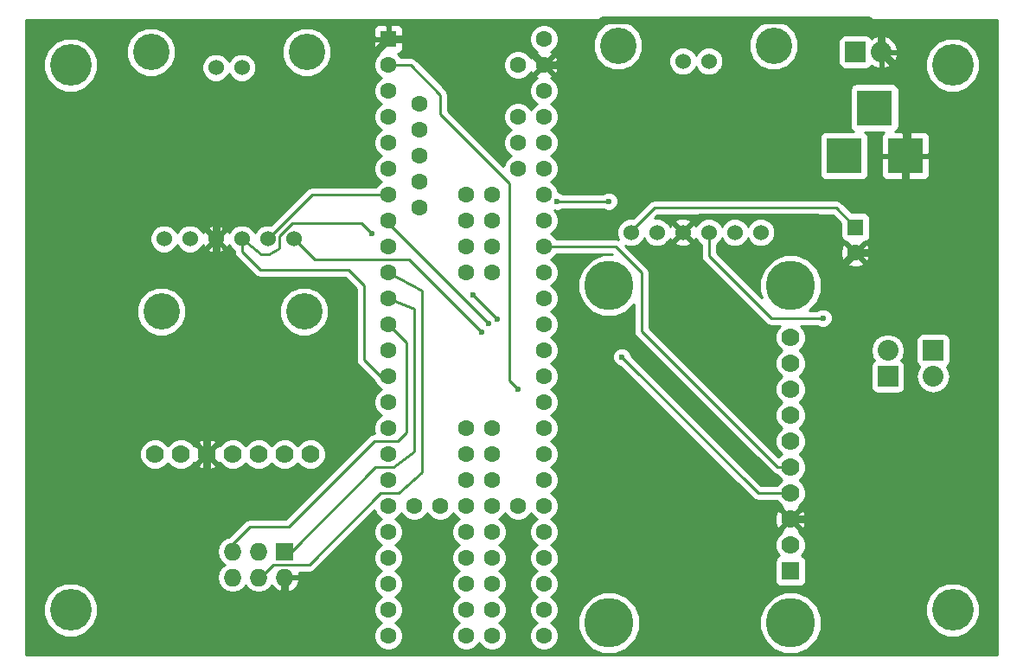
<source format=gbr>
G04 #@! TF.FileFunction,Copper,L2,Bot,Signal*
%FSLAX46Y46*%
G04 Gerber Fmt 4.6, Leading zero omitted, Abs format (unit mm)*
G04 Created by KiCad (PCBNEW 4.0.6) date Wednesday, July 12, 2017 'PMt' 01:02:18 PM*
%MOMM*%
%LPD*%
G01*
G04 APERTURE LIST*
%ADD10C,0.100000*%
%ADD11C,4.826000*%
%ADD12C,1.778000*%
%ADD13R,1.778000X1.778000*%
%ADD14R,1.600000X1.600000*%
%ADD15C,1.600000*%
%ADD16R,1.727200X1.727200*%
%ADD17O,1.727200X1.727200*%
%ADD18R,2.032000X2.032000*%
%ADD19O,2.032000X2.032000*%
%ADD20R,3.500120X3.500120*%
%ADD21C,1.524000*%
%ADD22C,3.556000*%
%ADD23C,4.064000*%
%ADD24C,0.600000*%
%ADD25C,0.250000*%
%ADD26C,0.762000*%
%ADD27C,0.254000*%
G04 APERTURE END LIST*
D10*
D11*
X168275000Y-103505000D03*
X168275000Y-136525000D03*
X186055000Y-136525000D03*
D12*
X186055000Y-121285000D03*
X186055000Y-123825000D03*
X186055000Y-126365000D03*
X186055000Y-128905000D03*
D13*
X186055000Y-131445000D03*
D12*
X186055000Y-118745000D03*
X186055000Y-116205000D03*
X186055000Y-113665000D03*
X186055000Y-111125000D03*
X186055000Y-108585000D03*
D11*
X186055000Y-103505000D03*
D14*
X192405000Y-97790000D03*
D15*
X192405000Y-100290000D03*
D16*
X136525000Y-129540000D03*
D17*
X136525000Y-132080000D03*
X133985000Y-129540000D03*
X133985000Y-132080000D03*
X131445000Y-129540000D03*
X131445000Y-132080000D03*
D18*
X192405000Y-80645000D03*
D19*
X194945000Y-80645000D03*
D20*
X191284860Y-90805000D03*
X197284340Y-90805000D03*
X194284600Y-86106000D03*
D18*
X200025000Y-109855000D03*
D19*
X200025000Y-112395000D03*
D18*
X195580000Y-112395000D03*
D19*
X195580000Y-109855000D03*
D21*
X178054000Y-81534000D03*
X175514000Y-81534000D03*
X170434000Y-98298000D03*
X172974000Y-98298000D03*
X175514000Y-98298000D03*
X178054000Y-98298000D03*
X180594000Y-98298000D03*
X183134000Y-98298000D03*
D22*
X169164000Y-80010000D03*
X184404000Y-80010000D03*
D21*
X132334000Y-82169000D03*
X129794000Y-82169000D03*
X124714000Y-98933000D03*
X127254000Y-98933000D03*
X129794000Y-98933000D03*
X132334000Y-98933000D03*
X134874000Y-98933000D03*
X137414000Y-98933000D03*
D22*
X123444000Y-80645000D03*
X138684000Y-80645000D03*
D15*
X146685000Y-120015000D03*
X146685000Y-122555000D03*
X146685000Y-125095000D03*
X146685000Y-127635000D03*
X146685000Y-117475000D03*
X146685000Y-114935000D03*
X146685000Y-112395000D03*
X146685000Y-130175000D03*
X146685000Y-132715000D03*
X146685000Y-135255000D03*
X146685000Y-137795000D03*
X149225000Y-125095000D03*
X151765000Y-125095000D03*
X154305000Y-125095000D03*
X156845000Y-125095000D03*
X159385000Y-125095000D03*
X161925000Y-137795000D03*
X161925000Y-135255000D03*
X161925000Y-132715000D03*
X161925000Y-130175000D03*
X161925000Y-127635000D03*
X161925000Y-125095000D03*
X161925000Y-122555000D03*
X161925000Y-120015000D03*
X146685000Y-109855000D03*
X146685000Y-107315000D03*
X146685000Y-104775000D03*
X146685000Y-102235000D03*
X146685000Y-99695000D03*
X146685000Y-97155000D03*
X146685000Y-94615000D03*
X146685000Y-92075000D03*
X146685000Y-89535000D03*
X146685000Y-86995000D03*
X146685000Y-84455000D03*
X146685000Y-81915000D03*
D14*
X146685000Y-79375000D03*
D15*
X161925000Y-117475000D03*
X161925000Y-114935000D03*
X161925000Y-112395000D03*
X161925000Y-109855000D03*
X161925000Y-107315000D03*
X161925000Y-104775000D03*
X161925000Y-102235000D03*
X161925000Y-99695000D03*
X161925000Y-97155000D03*
X161925000Y-94615000D03*
X161925000Y-92075000D03*
X161925000Y-89535000D03*
X161925000Y-86995000D03*
X161925000Y-84455000D03*
X161925000Y-81915000D03*
X161925000Y-79375000D03*
X159385000Y-81915000D03*
X159385000Y-86995000D03*
X159385000Y-89535000D03*
X159385000Y-92075000D03*
X154305000Y-94615000D03*
X154305000Y-97155000D03*
X154305000Y-99695000D03*
X154305000Y-102235000D03*
X154305000Y-117475000D03*
X154305000Y-120015000D03*
X154305000Y-122555000D03*
X154305000Y-127635000D03*
X154305000Y-130175000D03*
X154305000Y-132715000D03*
X154305000Y-135255000D03*
X154305000Y-137795000D03*
X156845000Y-137795000D03*
X156845000Y-135255000D03*
X156845000Y-132715000D03*
X156845000Y-130175000D03*
X156845000Y-127635000D03*
X156845000Y-122555000D03*
X156845000Y-120015000D03*
X156845000Y-117475000D03*
X156845000Y-102235000D03*
X156845000Y-99695000D03*
X156845000Y-97155000D03*
X156845000Y-94615000D03*
X149685000Y-85725000D03*
X149685000Y-88265000D03*
X149685000Y-90805000D03*
X149685000Y-93345000D03*
X149685000Y-95885000D03*
D22*
X138430000Y-106045000D03*
X124460000Y-106045000D03*
D12*
X131445000Y-120015000D03*
X133985000Y-120015000D03*
X136525000Y-120015000D03*
X139065000Y-120015000D03*
X128905000Y-120015000D03*
X126365000Y-120015000D03*
X123825000Y-120015000D03*
D23*
X115570000Y-81915000D03*
X115570000Y-135255000D03*
X201930000Y-135255000D03*
X201930000Y-81915000D03*
D24*
X145034000Y-98425000D03*
X154940000Y-104394000D03*
X157353000Y-106807000D03*
X189230000Y-106680000D03*
X163195000Y-95250000D03*
X168275000Y-95250000D03*
X169545000Y-110490000D03*
X156464000Y-107188000D03*
X159385000Y-113665000D03*
X155829000Y-108077000D03*
X193040000Y-122555000D03*
D25*
X170434000Y-98298000D02*
X170434000Y-98171000D01*
X170434000Y-98171000D02*
X172720000Y-95885000D01*
X172720000Y-95885000D02*
X190500000Y-95885000D01*
X190500000Y-95885000D02*
X192405000Y-97790000D01*
X133985000Y-132080000D02*
X134112000Y-132080000D01*
X134112000Y-132080000D02*
X135382000Y-130810000D01*
X135382000Y-130810000D02*
X138938000Y-130810000D01*
X138938000Y-130810000D02*
X145923000Y-123825000D01*
X145923000Y-123825000D02*
X147701000Y-123825000D01*
X147701000Y-123825000D02*
X149987000Y-121793000D01*
X149987000Y-121793000D02*
X149987000Y-104013000D01*
X149987000Y-104013000D02*
X146685000Y-102235000D01*
X131445000Y-129540000D02*
X131445000Y-128778000D01*
X131445000Y-128778000D02*
X133096000Y-127127000D01*
X133096000Y-127127000D02*
X136906000Y-127127000D01*
X136906000Y-127127000D02*
X145288000Y-118745000D01*
X145288000Y-118745000D02*
X147574000Y-118745000D01*
X147574000Y-118745000D02*
X148463000Y-117856000D01*
X148463000Y-117856000D02*
X148463000Y-109093000D01*
X148463000Y-109093000D02*
X146685000Y-107315000D01*
X146685000Y-112395000D02*
X145923000Y-112395000D01*
X145923000Y-112395000D02*
X144272000Y-110744000D01*
X144272000Y-110744000D02*
X144272000Y-103505000D01*
X144272000Y-103505000D02*
X142748000Y-101981000D01*
X142748000Y-101981000D02*
X134112000Y-101981000D01*
X134112000Y-101981000D02*
X132334000Y-100203000D01*
X132334000Y-100203000D02*
X132334000Y-98933000D01*
X134239000Y-100457000D02*
X132334000Y-98933000D01*
X135001000Y-100457000D02*
X134239000Y-100457000D01*
X136017000Y-99822000D02*
X135001000Y-100457000D01*
X136017000Y-98679000D02*
X136017000Y-99822000D01*
X137287000Y-97409000D02*
X136017000Y-98679000D01*
X144018000Y-97409000D02*
X137287000Y-97409000D01*
X145034000Y-98425000D02*
X144018000Y-97409000D01*
X157353000Y-106807000D02*
X154940000Y-104394000D01*
X178054000Y-98298000D02*
X178054000Y-100584000D01*
X178054000Y-100584000D02*
X184150000Y-106680000D01*
X184150000Y-106680000D02*
X189230000Y-106680000D01*
X168275000Y-95250000D02*
X163195000Y-95250000D01*
X186055000Y-123825000D02*
X182880000Y-123825000D01*
X182880000Y-123825000D02*
X169545000Y-110490000D01*
X186055000Y-121285000D02*
X184785000Y-121285000D01*
X168910000Y-99695000D02*
X161925000Y-99695000D01*
X171450000Y-102235000D02*
X168910000Y-99695000D01*
X171450000Y-107950000D02*
X171450000Y-102235000D01*
X184785000Y-121285000D02*
X171450000Y-107950000D01*
X156464000Y-107188000D02*
X146685000Y-97409000D01*
X146685000Y-97409000D02*
X146685000Y-97155000D01*
X146685000Y-94615000D02*
X139192000Y-94615000D01*
X139192000Y-94615000D02*
X134874000Y-98933000D01*
X136525000Y-129540000D02*
X137160000Y-129540000D01*
X137160000Y-129540000D02*
X145415000Y-121285000D01*
X145415000Y-121285000D02*
X147193000Y-121285000D01*
X147193000Y-121285000D02*
X149225000Y-119761000D01*
X149225000Y-119761000D02*
X149225000Y-105791000D01*
X149225000Y-105791000D02*
X146685000Y-104775000D01*
X148844000Y-81915000D02*
X146685000Y-81915000D01*
X151765000Y-84836000D02*
X148844000Y-81915000D01*
X151765000Y-86741000D02*
X151765000Y-84836000D01*
X158496000Y-93472000D02*
X151765000Y-86741000D01*
X158496000Y-112776000D02*
X158496000Y-93472000D01*
X159385000Y-113665000D02*
X158496000Y-112776000D01*
X139446000Y-100965000D02*
X137414000Y-98933000D01*
X148717000Y-100965000D02*
X139446000Y-100965000D01*
X155829000Y-108077000D02*
X148717000Y-100965000D01*
D26*
X146685000Y-79375000D02*
X159385000Y-79375000D01*
X159385000Y-79375000D02*
X161925000Y-81915000D01*
X194945000Y-80645000D02*
X194945000Y-78740000D01*
X194945000Y-78740000D02*
X193675000Y-77470000D01*
X193675000Y-77470000D02*
X167640000Y-77470000D01*
X167640000Y-77470000D02*
X163195000Y-81915000D01*
X163195000Y-81915000D02*
X161925000Y-81915000D01*
X193040000Y-122555000D02*
X191135000Y-122555000D01*
X197284340Y-90805000D02*
X197284340Y-97990660D01*
X194985000Y-100290000D02*
X192405000Y-100290000D01*
X197284340Y-97990660D02*
X194985000Y-100290000D01*
X194945000Y-80645000D02*
X197485000Y-83185000D01*
X197485000Y-83185000D02*
X197485000Y-90604340D01*
X197485000Y-90604340D02*
X197284340Y-90805000D01*
X136525000Y-132080000D02*
X136525000Y-133350000D01*
X128905000Y-123190000D02*
X128905000Y-120015000D01*
X125730000Y-126365000D02*
X128905000Y-123190000D01*
X125730000Y-132715000D02*
X125730000Y-126365000D01*
X128905000Y-135890000D02*
X125730000Y-132715000D01*
X133985000Y-135890000D02*
X128905000Y-135890000D01*
X136525000Y-133350000D02*
X133985000Y-135890000D01*
X129794000Y-98933000D02*
X129794000Y-96266000D01*
X129794000Y-96266000D02*
X146685000Y-79375000D01*
X128905000Y-120015000D02*
X128905000Y-106680000D01*
X129794000Y-105791000D02*
X129794000Y-98933000D01*
X128905000Y-106680000D02*
X129794000Y-105791000D01*
D25*
X175514000Y-98298000D02*
X175514000Y-98171000D01*
X175514000Y-98171000D02*
X177165000Y-96520000D01*
X188635000Y-96520000D02*
X192405000Y-100290000D01*
X177165000Y-96520000D02*
X188635000Y-96520000D01*
D26*
X186055000Y-126365000D02*
X188595000Y-126365000D01*
X188595000Y-126365000D02*
X191135000Y-123825000D01*
X191135000Y-123825000D02*
X191135000Y-122555000D01*
X191135000Y-122555000D02*
X191135000Y-101560000D01*
X191135000Y-101560000D02*
X192405000Y-100290000D01*
D27*
G36*
X206325000Y-139650000D02*
X111175000Y-139650000D01*
X111175000Y-135783172D01*
X112902538Y-135783172D01*
X113307709Y-136763761D01*
X114057293Y-137514655D01*
X115037173Y-137921536D01*
X116098172Y-137922462D01*
X117078761Y-137517291D01*
X117829655Y-136767707D01*
X118236536Y-135787827D01*
X118237462Y-134726828D01*
X117832291Y-133746239D01*
X117082707Y-132995345D01*
X116102827Y-132588464D01*
X115041828Y-132587538D01*
X114061239Y-132992709D01*
X113310345Y-133742293D01*
X112903464Y-134722173D01*
X112902538Y-135783172D01*
X111175000Y-135783172D01*
X111175000Y-129540000D01*
X129917041Y-129540000D01*
X130031115Y-130113489D01*
X130355971Y-130599670D01*
X130670752Y-130810000D01*
X130355971Y-131020330D01*
X130031115Y-131506511D01*
X129917041Y-132080000D01*
X130031115Y-132653489D01*
X130355971Y-133139670D01*
X130842152Y-133464526D01*
X131415641Y-133578600D01*
X131474359Y-133578600D01*
X132047848Y-133464526D01*
X132534029Y-133139670D01*
X132715000Y-132868828D01*
X132895971Y-133139670D01*
X133382152Y-133464526D01*
X133955641Y-133578600D01*
X134014359Y-133578600D01*
X134587848Y-133464526D01*
X135074029Y-133139670D01*
X135254992Y-132868839D01*
X135636510Y-133286821D01*
X136165973Y-133534968D01*
X136398000Y-133414469D01*
X136398000Y-132207000D01*
X136652000Y-132207000D01*
X136652000Y-133414469D01*
X136884027Y-133534968D01*
X137413490Y-133286821D01*
X137807688Y-132854947D01*
X137979958Y-132439026D01*
X137858817Y-132207000D01*
X136652000Y-132207000D01*
X136398000Y-132207000D01*
X136378000Y-132207000D01*
X136378000Y-131953000D01*
X136398000Y-131953000D01*
X136398000Y-131933000D01*
X136652000Y-131933000D01*
X136652000Y-131953000D01*
X137858817Y-131953000D01*
X137979958Y-131720974D01*
X137917426Y-131570000D01*
X138938000Y-131570000D01*
X139228839Y-131512148D01*
X139475401Y-131347401D01*
X145306434Y-125516368D01*
X145467757Y-125906800D01*
X145871077Y-126310824D01*
X146001215Y-126364862D01*
X145873200Y-126417757D01*
X145469176Y-126821077D01*
X145250250Y-127348309D01*
X145249752Y-127919187D01*
X145467757Y-128446800D01*
X145871077Y-128850824D01*
X146001215Y-128904862D01*
X145873200Y-128957757D01*
X145469176Y-129361077D01*
X145250250Y-129888309D01*
X145249752Y-130459187D01*
X145467757Y-130986800D01*
X145871077Y-131390824D01*
X146001215Y-131444862D01*
X145873200Y-131497757D01*
X145469176Y-131901077D01*
X145250250Y-132428309D01*
X145249752Y-132999187D01*
X145467757Y-133526800D01*
X145871077Y-133930824D01*
X146001215Y-133984862D01*
X145873200Y-134037757D01*
X145469176Y-134441077D01*
X145250250Y-134968309D01*
X145249752Y-135539187D01*
X145467757Y-136066800D01*
X145871077Y-136470824D01*
X146001215Y-136524862D01*
X145873200Y-136577757D01*
X145469176Y-136981077D01*
X145250250Y-137508309D01*
X145249752Y-138079187D01*
X145467757Y-138606800D01*
X145871077Y-139010824D01*
X146398309Y-139229750D01*
X146969187Y-139230248D01*
X147496800Y-139012243D01*
X147900824Y-138608923D01*
X148119750Y-138081691D01*
X148120248Y-137510813D01*
X147902243Y-136983200D01*
X147498923Y-136579176D01*
X147368785Y-136525138D01*
X147496800Y-136472243D01*
X147900824Y-136068923D01*
X148119750Y-135541691D01*
X148120248Y-134970813D01*
X147902243Y-134443200D01*
X147498923Y-134039176D01*
X147368785Y-133985138D01*
X147496800Y-133932243D01*
X147900824Y-133528923D01*
X148119750Y-133001691D01*
X148120248Y-132430813D01*
X147902243Y-131903200D01*
X147498923Y-131499176D01*
X147368785Y-131445138D01*
X147496800Y-131392243D01*
X147900824Y-130988923D01*
X148119750Y-130461691D01*
X148120248Y-129890813D01*
X147902243Y-129363200D01*
X147498923Y-128959176D01*
X147368785Y-128905138D01*
X147496800Y-128852243D01*
X147900824Y-128448923D01*
X148119750Y-127921691D01*
X148120248Y-127350813D01*
X147902243Y-126823200D01*
X147498923Y-126419176D01*
X147368785Y-126365138D01*
X147496800Y-126312243D01*
X147900824Y-125908923D01*
X147954862Y-125778785D01*
X148007757Y-125906800D01*
X148411077Y-126310824D01*
X148938309Y-126529750D01*
X149509187Y-126530248D01*
X150036800Y-126312243D01*
X150440824Y-125908923D01*
X150494862Y-125778785D01*
X150547757Y-125906800D01*
X150951077Y-126310824D01*
X151478309Y-126529750D01*
X152049187Y-126530248D01*
X152576800Y-126312243D01*
X152980824Y-125908923D01*
X153034862Y-125778785D01*
X153087757Y-125906800D01*
X153491077Y-126310824D01*
X153621215Y-126364862D01*
X153493200Y-126417757D01*
X153089176Y-126821077D01*
X152870250Y-127348309D01*
X152869752Y-127919187D01*
X153087757Y-128446800D01*
X153491077Y-128850824D01*
X153621215Y-128904862D01*
X153493200Y-128957757D01*
X153089176Y-129361077D01*
X152870250Y-129888309D01*
X152869752Y-130459187D01*
X153087757Y-130986800D01*
X153491077Y-131390824D01*
X153621215Y-131444862D01*
X153493200Y-131497757D01*
X153089176Y-131901077D01*
X152870250Y-132428309D01*
X152869752Y-132999187D01*
X153087757Y-133526800D01*
X153491077Y-133930824D01*
X153621215Y-133984862D01*
X153493200Y-134037757D01*
X153089176Y-134441077D01*
X152870250Y-134968309D01*
X152869752Y-135539187D01*
X153087757Y-136066800D01*
X153491077Y-136470824D01*
X153621215Y-136524862D01*
X153493200Y-136577757D01*
X153089176Y-136981077D01*
X152870250Y-137508309D01*
X152869752Y-138079187D01*
X153087757Y-138606800D01*
X153491077Y-139010824D01*
X154018309Y-139229750D01*
X154589187Y-139230248D01*
X155116800Y-139012243D01*
X155520824Y-138608923D01*
X155574862Y-138478785D01*
X155627757Y-138606800D01*
X156031077Y-139010824D01*
X156558309Y-139229750D01*
X157129187Y-139230248D01*
X157656800Y-139012243D01*
X158060824Y-138608923D01*
X158279750Y-138081691D01*
X158280248Y-137510813D01*
X158062243Y-136983200D01*
X157658923Y-136579176D01*
X157528785Y-136525138D01*
X157656800Y-136472243D01*
X158060824Y-136068923D01*
X158279750Y-135541691D01*
X158280248Y-134970813D01*
X158062243Y-134443200D01*
X157658923Y-134039176D01*
X157528785Y-133985138D01*
X157656800Y-133932243D01*
X158060824Y-133528923D01*
X158279750Y-133001691D01*
X158280248Y-132430813D01*
X158062243Y-131903200D01*
X157658923Y-131499176D01*
X157528785Y-131445138D01*
X157656800Y-131392243D01*
X158060824Y-130988923D01*
X158279750Y-130461691D01*
X158280248Y-129890813D01*
X158062243Y-129363200D01*
X157658923Y-128959176D01*
X157528785Y-128905138D01*
X157656800Y-128852243D01*
X158060824Y-128448923D01*
X158279750Y-127921691D01*
X158280248Y-127350813D01*
X158062243Y-126823200D01*
X157658923Y-126419176D01*
X157528785Y-126365138D01*
X157656800Y-126312243D01*
X158060824Y-125908923D01*
X158114862Y-125778785D01*
X158167757Y-125906800D01*
X158571077Y-126310824D01*
X159098309Y-126529750D01*
X159669187Y-126530248D01*
X160196800Y-126312243D01*
X160600824Y-125908923D01*
X160654862Y-125778785D01*
X160707757Y-125906800D01*
X161111077Y-126310824D01*
X161241215Y-126364862D01*
X161113200Y-126417757D01*
X160709176Y-126821077D01*
X160490250Y-127348309D01*
X160489752Y-127919187D01*
X160707757Y-128446800D01*
X161111077Y-128850824D01*
X161241215Y-128904862D01*
X161113200Y-128957757D01*
X160709176Y-129361077D01*
X160490250Y-129888309D01*
X160489752Y-130459187D01*
X160707757Y-130986800D01*
X161111077Y-131390824D01*
X161241215Y-131444862D01*
X161113200Y-131497757D01*
X160709176Y-131901077D01*
X160490250Y-132428309D01*
X160489752Y-132999187D01*
X160707757Y-133526800D01*
X161111077Y-133930824D01*
X161241215Y-133984862D01*
X161113200Y-134037757D01*
X160709176Y-134441077D01*
X160490250Y-134968309D01*
X160489752Y-135539187D01*
X160707757Y-136066800D01*
X161111077Y-136470824D01*
X161241215Y-136524862D01*
X161113200Y-136577757D01*
X160709176Y-136981077D01*
X160490250Y-137508309D01*
X160489752Y-138079187D01*
X160707757Y-138606800D01*
X161111077Y-139010824D01*
X161638309Y-139229750D01*
X162209187Y-139230248D01*
X162736800Y-139012243D01*
X163140824Y-138608923D01*
X163359750Y-138081691D01*
X163360248Y-137510813D01*
X163202332Y-137128625D01*
X165226472Y-137128625D01*
X165689525Y-138249298D01*
X166546192Y-139107462D01*
X167666055Y-139572470D01*
X168878625Y-139573528D01*
X169999298Y-139110475D01*
X170857462Y-138253808D01*
X171322470Y-137133945D01*
X171322474Y-137128625D01*
X183006472Y-137128625D01*
X183469525Y-138249298D01*
X184326192Y-139107462D01*
X185446055Y-139572470D01*
X186658625Y-139573528D01*
X187779298Y-139110475D01*
X188637462Y-138253808D01*
X189102470Y-137133945D01*
X189103528Y-135921375D01*
X189046424Y-135783172D01*
X199262538Y-135783172D01*
X199667709Y-136763761D01*
X200417293Y-137514655D01*
X201397173Y-137921536D01*
X202458172Y-137922462D01*
X203438761Y-137517291D01*
X204189655Y-136767707D01*
X204596536Y-135787827D01*
X204597462Y-134726828D01*
X204192291Y-133746239D01*
X203442707Y-132995345D01*
X202462827Y-132588464D01*
X201401828Y-132587538D01*
X200421239Y-132992709D01*
X199670345Y-133742293D01*
X199263464Y-134722173D01*
X199262538Y-135783172D01*
X189046424Y-135783172D01*
X188640475Y-134800702D01*
X187783808Y-133942538D01*
X186663945Y-133477530D01*
X185451375Y-133476472D01*
X184330702Y-133939525D01*
X183472538Y-134796192D01*
X183007530Y-135916055D01*
X183006472Y-137128625D01*
X171322474Y-137128625D01*
X171323528Y-135921375D01*
X170860475Y-134800702D01*
X170003808Y-133942538D01*
X168883945Y-133477530D01*
X167671375Y-133476472D01*
X166550702Y-133939525D01*
X165692538Y-134796192D01*
X165227530Y-135916055D01*
X165226472Y-137128625D01*
X163202332Y-137128625D01*
X163142243Y-136983200D01*
X162738923Y-136579176D01*
X162608785Y-136525138D01*
X162736800Y-136472243D01*
X163140824Y-136068923D01*
X163359750Y-135541691D01*
X163360248Y-134970813D01*
X163142243Y-134443200D01*
X162738923Y-134039176D01*
X162608785Y-133985138D01*
X162736800Y-133932243D01*
X163140824Y-133528923D01*
X163359750Y-133001691D01*
X163360248Y-132430813D01*
X163142243Y-131903200D01*
X162738923Y-131499176D01*
X162608785Y-131445138D01*
X162736800Y-131392243D01*
X163140824Y-130988923D01*
X163320589Y-130556000D01*
X184518560Y-130556000D01*
X184518560Y-132334000D01*
X184562838Y-132569317D01*
X184701910Y-132785441D01*
X184914110Y-132930431D01*
X185166000Y-132981440D01*
X186944000Y-132981440D01*
X187179317Y-132937162D01*
X187395441Y-132798090D01*
X187540431Y-132585890D01*
X187591440Y-132334000D01*
X187591440Y-130556000D01*
X187547162Y-130320683D01*
X187408090Y-130104559D01*
X187195890Y-129959569D01*
X187162506Y-129952809D01*
X187346231Y-129769404D01*
X187578735Y-129209472D01*
X187579264Y-128603188D01*
X187347738Y-128042851D01*
X186919404Y-127613769D01*
X186892494Y-127602595D01*
X186947591Y-127437196D01*
X186055000Y-126544605D01*
X185162409Y-127437196D01*
X185217353Y-127602138D01*
X185192851Y-127612262D01*
X184763769Y-128040596D01*
X184531265Y-128600528D01*
X184530736Y-129206812D01*
X184762262Y-129767149D01*
X184944948Y-129950154D01*
X184930683Y-129952838D01*
X184714559Y-130091910D01*
X184569569Y-130304110D01*
X184518560Y-130556000D01*
X163320589Y-130556000D01*
X163359750Y-130461691D01*
X163360248Y-129890813D01*
X163142243Y-129363200D01*
X162738923Y-128959176D01*
X162608785Y-128905138D01*
X162736800Y-128852243D01*
X163140824Y-128448923D01*
X163359750Y-127921691D01*
X163360248Y-127350813D01*
X163142243Y-126823200D01*
X162738923Y-126419176D01*
X162608785Y-126365138D01*
X162736800Y-126312243D01*
X162922401Y-126126965D01*
X184519484Y-126126965D01*
X184545277Y-126732700D01*
X184727461Y-127172533D01*
X184982804Y-127257591D01*
X185875395Y-126365000D01*
X186234605Y-126365000D01*
X187127196Y-127257591D01*
X187382539Y-127172533D01*
X187590516Y-126603035D01*
X187564723Y-125997300D01*
X187382539Y-125557467D01*
X187127196Y-125472409D01*
X186234605Y-126365000D01*
X185875395Y-126365000D01*
X184982804Y-125472409D01*
X184727461Y-125557467D01*
X184519484Y-126126965D01*
X162922401Y-126126965D01*
X163140824Y-125908923D01*
X163359750Y-125381691D01*
X163360248Y-124810813D01*
X163142243Y-124283200D01*
X162738923Y-123879176D01*
X162608785Y-123825138D01*
X162736800Y-123772243D01*
X163140824Y-123368923D01*
X163359750Y-122841691D01*
X163360248Y-122270813D01*
X163142243Y-121743200D01*
X162738923Y-121339176D01*
X162608785Y-121285138D01*
X162736800Y-121232243D01*
X163140824Y-120828923D01*
X163359750Y-120301691D01*
X163360248Y-119730813D01*
X163142243Y-119203200D01*
X162738923Y-118799176D01*
X162608785Y-118745138D01*
X162736800Y-118692243D01*
X163140824Y-118288923D01*
X163359750Y-117761691D01*
X163360248Y-117190813D01*
X163142243Y-116663200D01*
X162738923Y-116259176D01*
X162608785Y-116205138D01*
X162736800Y-116152243D01*
X163140824Y-115748923D01*
X163359750Y-115221691D01*
X163360248Y-114650813D01*
X163142243Y-114123200D01*
X162738923Y-113719176D01*
X162608785Y-113665138D01*
X162736800Y-113612243D01*
X163140824Y-113208923D01*
X163359750Y-112681691D01*
X163360248Y-112110813D01*
X163142243Y-111583200D01*
X162738923Y-111179176D01*
X162608785Y-111125138D01*
X162736800Y-111072243D01*
X163140824Y-110668923D01*
X163359750Y-110141691D01*
X163360248Y-109570813D01*
X163142243Y-109043200D01*
X162738923Y-108639176D01*
X162608785Y-108585138D01*
X162736800Y-108532243D01*
X163140824Y-108128923D01*
X163359750Y-107601691D01*
X163360248Y-107030813D01*
X163142243Y-106503200D01*
X162738923Y-106099176D01*
X162608785Y-106045138D01*
X162736800Y-105992243D01*
X163140824Y-105588923D01*
X163359750Y-105061691D01*
X163360248Y-104490813D01*
X163142243Y-103963200D01*
X162738923Y-103559176D01*
X162608785Y-103505138D01*
X162736800Y-103452243D01*
X163140824Y-103048923D01*
X163359750Y-102521691D01*
X163360248Y-101950813D01*
X163142243Y-101423200D01*
X162738923Y-101019176D01*
X162608785Y-100965138D01*
X162736800Y-100912243D01*
X163140824Y-100508923D01*
X163163215Y-100455000D01*
X168595198Y-100455000D01*
X168597478Y-100457280D01*
X167671375Y-100456472D01*
X166550702Y-100919525D01*
X165692538Y-101776192D01*
X165227530Y-102896055D01*
X165226472Y-104108625D01*
X165689525Y-105229298D01*
X166546192Y-106087462D01*
X167666055Y-106552470D01*
X168878625Y-106553528D01*
X169999298Y-106090475D01*
X170690000Y-105400978D01*
X170690000Y-107950000D01*
X170747852Y-108240839D01*
X170912599Y-108487401D01*
X184247599Y-121822401D01*
X184494161Y-121987148D01*
X184714239Y-122030925D01*
X184762262Y-122147149D01*
X185169737Y-122555336D01*
X184763769Y-122960596D01*
X184720417Y-123065000D01*
X183194802Y-123065000D01*
X170480122Y-110350320D01*
X170480162Y-110304833D01*
X170338117Y-109961057D01*
X170075327Y-109697808D01*
X169731799Y-109555162D01*
X169359833Y-109554838D01*
X169016057Y-109696883D01*
X168752808Y-109959673D01*
X168610162Y-110303201D01*
X168609838Y-110675167D01*
X168751883Y-111018943D01*
X169014673Y-111282192D01*
X169358201Y-111424838D01*
X169405077Y-111424879D01*
X182342599Y-124362401D01*
X182589161Y-124527148D01*
X182880000Y-124585000D01*
X184720055Y-124585000D01*
X184762262Y-124687149D01*
X185190596Y-125116231D01*
X185217506Y-125127405D01*
X185162409Y-125292804D01*
X186055000Y-126185395D01*
X186947591Y-125292804D01*
X186892647Y-125127862D01*
X186917149Y-125117738D01*
X187346231Y-124689404D01*
X187578735Y-124129472D01*
X187579264Y-123523188D01*
X187347738Y-122962851D01*
X186940263Y-122554664D01*
X187346231Y-122149404D01*
X187578735Y-121589472D01*
X187579264Y-120983188D01*
X187347738Y-120422851D01*
X186940263Y-120014664D01*
X187346231Y-119609404D01*
X187578735Y-119049472D01*
X187579264Y-118443188D01*
X187347738Y-117882851D01*
X186940263Y-117474664D01*
X187346231Y-117069404D01*
X187578735Y-116509472D01*
X187579264Y-115903188D01*
X187347738Y-115342851D01*
X186940263Y-114934664D01*
X187346231Y-114529404D01*
X187578735Y-113969472D01*
X187579264Y-113363188D01*
X187347738Y-112802851D01*
X186940263Y-112394664D01*
X187346231Y-111989404D01*
X187578735Y-111429472D01*
X187579264Y-110823188D01*
X187347738Y-110262851D01*
X186940599Y-109855000D01*
X193896655Y-109855000D01*
X194022330Y-110486810D01*
X194249499Y-110826792D01*
X194112559Y-110914910D01*
X193967569Y-111127110D01*
X193916560Y-111379000D01*
X193916560Y-113411000D01*
X193960838Y-113646317D01*
X194099910Y-113862441D01*
X194312110Y-114007431D01*
X194564000Y-114058440D01*
X196596000Y-114058440D01*
X196831317Y-114014162D01*
X197047441Y-113875090D01*
X197192431Y-113662890D01*
X197243440Y-113411000D01*
X197243440Y-112395000D01*
X198341655Y-112395000D01*
X198467330Y-113026810D01*
X198825222Y-113562433D01*
X199360845Y-113920325D01*
X199992655Y-114046000D01*
X200057345Y-114046000D01*
X200689155Y-113920325D01*
X201224778Y-113562433D01*
X201582670Y-113026810D01*
X201708345Y-112395000D01*
X201582670Y-111763190D01*
X201355501Y-111423208D01*
X201492441Y-111335090D01*
X201637431Y-111122890D01*
X201688440Y-110871000D01*
X201688440Y-108839000D01*
X201644162Y-108603683D01*
X201505090Y-108387559D01*
X201292890Y-108242569D01*
X201041000Y-108191560D01*
X199009000Y-108191560D01*
X198773683Y-108235838D01*
X198557559Y-108374910D01*
X198412569Y-108587110D01*
X198361560Y-108839000D01*
X198361560Y-110871000D01*
X198405838Y-111106317D01*
X198544910Y-111322441D01*
X198693837Y-111424198D01*
X198467330Y-111763190D01*
X198341655Y-112395000D01*
X197243440Y-112395000D01*
X197243440Y-111379000D01*
X197199162Y-111143683D01*
X197060090Y-110927559D01*
X196911163Y-110825802D01*
X197137670Y-110486810D01*
X197263345Y-109855000D01*
X197137670Y-109223190D01*
X196779778Y-108687567D01*
X196244155Y-108329675D01*
X195612345Y-108204000D01*
X195547655Y-108204000D01*
X194915845Y-108329675D01*
X194380222Y-108687567D01*
X194022330Y-109223190D01*
X193896655Y-109855000D01*
X186940599Y-109855000D01*
X186940263Y-109854664D01*
X187346231Y-109449404D01*
X187578735Y-108889472D01*
X187579264Y-108283188D01*
X187347738Y-107722851D01*
X187065380Y-107440000D01*
X188667537Y-107440000D01*
X188699673Y-107472192D01*
X189043201Y-107614838D01*
X189415167Y-107615162D01*
X189758943Y-107473117D01*
X190022192Y-107210327D01*
X190164838Y-106866799D01*
X190165162Y-106494833D01*
X190023117Y-106151057D01*
X189760327Y-105887808D01*
X189416799Y-105745162D01*
X189044833Y-105744838D01*
X188701057Y-105886883D01*
X188667882Y-105920000D01*
X187950071Y-105920000D01*
X188637462Y-105233808D01*
X189102470Y-104113945D01*
X189103528Y-102901375D01*
X188640475Y-101780702D01*
X188158361Y-101297745D01*
X191576861Y-101297745D01*
X191650995Y-101543864D01*
X192188223Y-101736965D01*
X192758454Y-101709778D01*
X193159005Y-101543864D01*
X193233139Y-101297745D01*
X192405000Y-100469605D01*
X191576861Y-101297745D01*
X188158361Y-101297745D01*
X187783808Y-100922538D01*
X186663945Y-100457530D01*
X185451375Y-100456472D01*
X184330702Y-100919525D01*
X183472538Y-101776192D01*
X183007530Y-102896055D01*
X183006472Y-104108625D01*
X183255063Y-104710261D01*
X178814000Y-100269198D01*
X178814000Y-100073223D01*
X190958035Y-100073223D01*
X190985222Y-100643454D01*
X191151136Y-101044005D01*
X191397255Y-101118139D01*
X192225395Y-100290000D01*
X192584605Y-100290000D01*
X193412745Y-101118139D01*
X193658864Y-101044005D01*
X193851965Y-100506777D01*
X193824778Y-99936546D01*
X193658864Y-99535995D01*
X193412745Y-99461861D01*
X192584605Y-100290000D01*
X192225395Y-100290000D01*
X191397255Y-99461861D01*
X191151136Y-99535995D01*
X190958035Y-100073223D01*
X178814000Y-100073223D01*
X178814000Y-99495531D01*
X178844303Y-99483010D01*
X179237629Y-99090370D01*
X179323949Y-98882488D01*
X179408990Y-99088303D01*
X179801630Y-99481629D01*
X180314900Y-99694757D01*
X180870661Y-99695242D01*
X181384303Y-99483010D01*
X181777629Y-99090370D01*
X181863949Y-98882488D01*
X181948990Y-99088303D01*
X182341630Y-99481629D01*
X182854900Y-99694757D01*
X183410661Y-99695242D01*
X183924303Y-99483010D01*
X184317629Y-99090370D01*
X184530757Y-98577100D01*
X184531242Y-98021339D01*
X184319010Y-97507697D01*
X183926370Y-97114371D01*
X183413100Y-96901243D01*
X182857339Y-96900758D01*
X182343697Y-97112990D01*
X181950371Y-97505630D01*
X181864051Y-97713512D01*
X181779010Y-97507697D01*
X181386370Y-97114371D01*
X180873100Y-96901243D01*
X180317339Y-96900758D01*
X179803697Y-97112990D01*
X179410371Y-97505630D01*
X179324051Y-97713512D01*
X179239010Y-97507697D01*
X178846370Y-97114371D01*
X178333100Y-96901243D01*
X177777339Y-96900758D01*
X177263697Y-97112990D01*
X176870371Y-97505630D01*
X176790605Y-97697727D01*
X176736397Y-97566857D01*
X176494213Y-97497392D01*
X175693605Y-98298000D01*
X176494213Y-99098608D01*
X176736397Y-99029143D01*
X176786509Y-98888682D01*
X176868990Y-99088303D01*
X177261630Y-99481629D01*
X177294000Y-99495070D01*
X177294000Y-100584000D01*
X177351852Y-100874839D01*
X177516599Y-101121401D01*
X183612599Y-107217401D01*
X183859161Y-107382148D01*
X184150000Y-107440000D01*
X185044855Y-107440000D01*
X184763769Y-107720596D01*
X184531265Y-108280528D01*
X184530736Y-108886812D01*
X184762262Y-109447149D01*
X185169737Y-109855336D01*
X184763769Y-110260596D01*
X184531265Y-110820528D01*
X184530736Y-111426812D01*
X184762262Y-111987149D01*
X185169737Y-112395336D01*
X184763769Y-112800596D01*
X184531265Y-113360528D01*
X184530736Y-113966812D01*
X184762262Y-114527149D01*
X185169737Y-114935336D01*
X184763769Y-115340596D01*
X184531265Y-115900528D01*
X184530736Y-116506812D01*
X184762262Y-117067149D01*
X185169737Y-117475336D01*
X184763769Y-117880596D01*
X184531265Y-118440528D01*
X184530736Y-119046812D01*
X184762262Y-119607149D01*
X185169737Y-120015336D01*
X184879685Y-120304883D01*
X172210000Y-107635198D01*
X172210000Y-102235000D01*
X172152148Y-101944161D01*
X172152148Y-101944160D01*
X171987401Y-101697599D01*
X169863601Y-99573799D01*
X170154900Y-99694757D01*
X170710661Y-99695242D01*
X171224303Y-99483010D01*
X171617629Y-99090370D01*
X171703949Y-98882488D01*
X171788990Y-99088303D01*
X172181630Y-99481629D01*
X172694900Y-99694757D01*
X173250661Y-99695242D01*
X173764303Y-99483010D01*
X173969457Y-99278213D01*
X174713392Y-99278213D01*
X174782857Y-99520397D01*
X175306302Y-99707144D01*
X175861368Y-99679362D01*
X176245143Y-99520397D01*
X176314608Y-99278213D01*
X175514000Y-98477605D01*
X174713392Y-99278213D01*
X173969457Y-99278213D01*
X174157629Y-99090370D01*
X174237395Y-98898273D01*
X174291603Y-99029143D01*
X174533787Y-99098608D01*
X175334395Y-98298000D01*
X174533787Y-97497392D01*
X174291603Y-97566857D01*
X174241491Y-97707318D01*
X174159010Y-97507697D01*
X173969432Y-97317787D01*
X174713392Y-97317787D01*
X175514000Y-98118395D01*
X176314608Y-97317787D01*
X176245143Y-97075603D01*
X175721698Y-96888856D01*
X175166632Y-96916638D01*
X174782857Y-97075603D01*
X174713392Y-97317787D01*
X173969432Y-97317787D01*
X173766370Y-97114371D01*
X173253100Y-96901243D01*
X172778973Y-96900829D01*
X173034802Y-96645000D01*
X190185198Y-96645000D01*
X190957560Y-97417362D01*
X190957560Y-98590000D01*
X191001838Y-98825317D01*
X191140910Y-99041441D01*
X191353110Y-99186431D01*
X191591201Y-99234646D01*
X191576861Y-99282255D01*
X192405000Y-100110395D01*
X193233139Y-99282255D01*
X193218855Y-99234833D01*
X193440317Y-99193162D01*
X193656441Y-99054090D01*
X193801431Y-98841890D01*
X193852440Y-98590000D01*
X193852440Y-96990000D01*
X193808162Y-96754683D01*
X193669090Y-96538559D01*
X193456890Y-96393569D01*
X193205000Y-96342560D01*
X192032362Y-96342560D01*
X191037401Y-95347599D01*
X190790839Y-95182852D01*
X190500000Y-95125000D01*
X172720000Y-95125000D01*
X172429160Y-95182852D01*
X172182599Y-95347599D01*
X170629028Y-96901170D01*
X170157339Y-96900758D01*
X169643697Y-97112990D01*
X169250371Y-97505630D01*
X169037243Y-98018900D01*
X169036758Y-98574661D01*
X169212873Y-99000893D01*
X169200839Y-98992852D01*
X168910000Y-98935000D01*
X163163646Y-98935000D01*
X163142243Y-98883200D01*
X162738923Y-98479176D01*
X162608785Y-98425138D01*
X162736800Y-98372243D01*
X163140824Y-97968923D01*
X163359750Y-97441691D01*
X163360248Y-96870813D01*
X163142243Y-96343200D01*
X162967134Y-96167785D01*
X163008201Y-96184838D01*
X163380167Y-96185162D01*
X163723943Y-96043117D01*
X163757118Y-96010000D01*
X167712537Y-96010000D01*
X167744673Y-96042192D01*
X168088201Y-96184838D01*
X168460167Y-96185162D01*
X168803943Y-96043117D01*
X169067192Y-95780327D01*
X169209838Y-95436799D01*
X169210162Y-95064833D01*
X169068117Y-94721057D01*
X168805327Y-94457808D01*
X168461799Y-94315162D01*
X168089833Y-94314838D01*
X167746057Y-94456883D01*
X167712882Y-94490000D01*
X163757463Y-94490000D01*
X163725327Y-94457808D01*
X163381799Y-94315162D01*
X163353771Y-94315138D01*
X163142243Y-93803200D01*
X162738923Y-93399176D01*
X162608785Y-93345138D01*
X162736800Y-93292243D01*
X163140824Y-92888923D01*
X163359750Y-92361691D01*
X163360248Y-91790813D01*
X163142243Y-91263200D01*
X162738923Y-90859176D01*
X162608785Y-90805138D01*
X162736800Y-90752243D01*
X163140824Y-90348923D01*
X163359750Y-89821691D01*
X163360248Y-89250813D01*
X163279316Y-89054940D01*
X188887360Y-89054940D01*
X188887360Y-92555060D01*
X188931638Y-92790377D01*
X189070710Y-93006501D01*
X189282910Y-93151491D01*
X189534800Y-93202500D01*
X193034920Y-93202500D01*
X193270237Y-93158222D01*
X193486361Y-93019150D01*
X193631351Y-92806950D01*
X193682360Y-92555060D01*
X193682360Y-91090750D01*
X194899280Y-91090750D01*
X194899280Y-92681370D01*
X194995953Y-92914759D01*
X195174582Y-93093387D01*
X195407971Y-93190060D01*
X196998590Y-93190060D01*
X197157340Y-93031310D01*
X197157340Y-90932000D01*
X197411340Y-90932000D01*
X197411340Y-93031310D01*
X197570090Y-93190060D01*
X199160709Y-93190060D01*
X199394098Y-93093387D01*
X199572727Y-92914759D01*
X199669400Y-92681370D01*
X199669400Y-91090750D01*
X199510650Y-90932000D01*
X197411340Y-90932000D01*
X197157340Y-90932000D01*
X195058030Y-90932000D01*
X194899280Y-91090750D01*
X193682360Y-91090750D01*
X193682360Y-89054940D01*
X193638082Y-88819623D01*
X193499010Y-88603499D01*
X193352657Y-88503500D01*
X195206240Y-88503500D01*
X195174582Y-88516613D01*
X194995953Y-88695241D01*
X194899280Y-88928630D01*
X194899280Y-90519250D01*
X195058030Y-90678000D01*
X197157340Y-90678000D01*
X197157340Y-88578690D01*
X197411340Y-88578690D01*
X197411340Y-90678000D01*
X199510650Y-90678000D01*
X199669400Y-90519250D01*
X199669400Y-88928630D01*
X199572727Y-88695241D01*
X199394098Y-88516613D01*
X199160709Y-88419940D01*
X197570090Y-88419940D01*
X197411340Y-88578690D01*
X197157340Y-88578690D01*
X196998590Y-88419940D01*
X196331023Y-88419940D01*
X196486101Y-88320150D01*
X196631091Y-88107950D01*
X196682100Y-87856060D01*
X196682100Y-84355940D01*
X196637822Y-84120623D01*
X196498750Y-83904499D01*
X196286550Y-83759509D01*
X196034660Y-83708500D01*
X192534540Y-83708500D01*
X192299223Y-83752778D01*
X192083099Y-83891850D01*
X191938109Y-84104050D01*
X191887100Y-84355940D01*
X191887100Y-87856060D01*
X191931378Y-88091377D01*
X192070450Y-88307501D01*
X192216803Y-88407500D01*
X189534800Y-88407500D01*
X189299483Y-88451778D01*
X189083359Y-88590850D01*
X188938369Y-88803050D01*
X188887360Y-89054940D01*
X163279316Y-89054940D01*
X163142243Y-88723200D01*
X162738923Y-88319176D01*
X162608785Y-88265138D01*
X162736800Y-88212243D01*
X163140824Y-87808923D01*
X163359750Y-87281691D01*
X163360248Y-86710813D01*
X163142243Y-86183200D01*
X162738923Y-85779176D01*
X162608785Y-85725138D01*
X162736800Y-85672243D01*
X163140824Y-85268923D01*
X163359750Y-84741691D01*
X163360248Y-84170813D01*
X163142243Y-83643200D01*
X162738923Y-83239176D01*
X162624232Y-83191552D01*
X162679005Y-83168864D01*
X162753139Y-82922745D01*
X161925000Y-82094605D01*
X161096861Y-82922745D01*
X161170995Y-83168864D01*
X161229254Y-83189805D01*
X161113200Y-83237757D01*
X160709176Y-83641077D01*
X160490250Y-84168309D01*
X160489752Y-84739187D01*
X160707757Y-85266800D01*
X161111077Y-85670824D01*
X161241215Y-85724862D01*
X161113200Y-85777757D01*
X160709176Y-86181077D01*
X160655138Y-86311215D01*
X160602243Y-86183200D01*
X160198923Y-85779176D01*
X159671691Y-85560250D01*
X159100813Y-85559752D01*
X158573200Y-85777757D01*
X158169176Y-86181077D01*
X157950250Y-86708309D01*
X157949752Y-87279187D01*
X158167757Y-87806800D01*
X158571077Y-88210824D01*
X158701215Y-88264862D01*
X158573200Y-88317757D01*
X158169176Y-88721077D01*
X157950250Y-89248309D01*
X157949752Y-89819187D01*
X158167757Y-90346800D01*
X158571077Y-90750824D01*
X158701215Y-90804862D01*
X158573200Y-90857757D01*
X158169176Y-91261077D01*
X157950250Y-91788309D01*
X157950195Y-91851393D01*
X152525000Y-86426198D01*
X152525000Y-84836000D01*
X152467148Y-84545161D01*
X152302401Y-84298599D01*
X150202989Y-82199187D01*
X157949752Y-82199187D01*
X158167757Y-82726800D01*
X158571077Y-83130824D01*
X159098309Y-83349750D01*
X159669187Y-83350248D01*
X160196800Y-83132243D01*
X160600824Y-82728923D01*
X160648448Y-82614232D01*
X160671136Y-82669005D01*
X160917255Y-82743139D01*
X161745395Y-81915000D01*
X162104605Y-81915000D01*
X162932745Y-82743139D01*
X163178864Y-82669005D01*
X163371965Y-82131777D01*
X163344778Y-81561546D01*
X163178864Y-81160995D01*
X162932745Y-81086861D01*
X162104605Y-81915000D01*
X161745395Y-81915000D01*
X160917255Y-81086861D01*
X160671136Y-81160995D01*
X160650195Y-81219254D01*
X160602243Y-81103200D01*
X160198923Y-80699176D01*
X159671691Y-80480250D01*
X159100813Y-80479752D01*
X158573200Y-80697757D01*
X158169176Y-81101077D01*
X157950250Y-81628309D01*
X157949752Y-82199187D01*
X150202989Y-82199187D01*
X149381401Y-81377599D01*
X149134839Y-81212852D01*
X148844000Y-81155000D01*
X147923646Y-81155000D01*
X147902243Y-81103200D01*
X147609554Y-80810000D01*
X147611310Y-80810000D01*
X147844699Y-80713327D01*
X148023327Y-80534698D01*
X148120000Y-80301309D01*
X148120000Y-79660750D01*
X148118437Y-79659187D01*
X160489752Y-79659187D01*
X160707757Y-80186800D01*
X161111077Y-80590824D01*
X161225768Y-80638448D01*
X161170995Y-80661136D01*
X161096861Y-80907255D01*
X161925000Y-81735395D01*
X162753139Y-80907255D01*
X162679005Y-80661136D01*
X162620746Y-80640195D01*
X162736800Y-80592243D01*
X162841355Y-80487870D01*
X166750583Y-80487870D01*
X167117166Y-81375069D01*
X167795361Y-82054449D01*
X168681919Y-82422580D01*
X169641870Y-82423417D01*
X170529069Y-82056834D01*
X170775672Y-81810661D01*
X174116758Y-81810661D01*
X174328990Y-82324303D01*
X174721630Y-82717629D01*
X175234900Y-82930757D01*
X175790661Y-82931242D01*
X176304303Y-82719010D01*
X176697629Y-82326370D01*
X176783949Y-82118488D01*
X176868990Y-82324303D01*
X177261630Y-82717629D01*
X177774900Y-82930757D01*
X178330661Y-82931242D01*
X178844303Y-82719010D01*
X179120622Y-82443172D01*
X199262538Y-82443172D01*
X199667709Y-83423761D01*
X200417293Y-84174655D01*
X201397173Y-84581536D01*
X202458172Y-84582462D01*
X203438761Y-84177291D01*
X204189655Y-83427707D01*
X204596536Y-82447827D01*
X204597462Y-81386828D01*
X204192291Y-80406239D01*
X203442707Y-79655345D01*
X202462827Y-79248464D01*
X201401828Y-79247538D01*
X200421239Y-79652709D01*
X199670345Y-80402293D01*
X199263464Y-81382173D01*
X199262538Y-82443172D01*
X179120622Y-82443172D01*
X179237629Y-82326370D01*
X179450757Y-81813100D01*
X179451242Y-81257339D01*
X179239010Y-80743697D01*
X178983630Y-80487870D01*
X181990583Y-80487870D01*
X182357166Y-81375069D01*
X183035361Y-82054449D01*
X183921919Y-82422580D01*
X184881870Y-82423417D01*
X185769069Y-82056834D01*
X186448449Y-81378639D01*
X186816580Y-80492081D01*
X186817332Y-79629000D01*
X190741560Y-79629000D01*
X190741560Y-81661000D01*
X190785838Y-81896317D01*
X190924910Y-82112441D01*
X191137110Y-82257431D01*
X191389000Y-82308440D01*
X193421000Y-82308440D01*
X193656317Y-82264162D01*
X193872441Y-82125090D01*
X193983840Y-81962052D01*
X194080182Y-82051385D01*
X194562056Y-82250975D01*
X194818000Y-82131836D01*
X194818000Y-80772000D01*
X195072000Y-80772000D01*
X195072000Y-82131836D01*
X195327944Y-82250975D01*
X195809818Y-82051385D01*
X196282188Y-81613379D01*
X196550983Y-81027946D01*
X196432367Y-80772000D01*
X195072000Y-80772000D01*
X194818000Y-80772000D01*
X194798000Y-80772000D01*
X194798000Y-80518000D01*
X194818000Y-80518000D01*
X194818000Y-79158164D01*
X195072000Y-79158164D01*
X195072000Y-80518000D01*
X196432367Y-80518000D01*
X196550983Y-80262054D01*
X196282188Y-79676621D01*
X195809818Y-79238615D01*
X195327944Y-79039025D01*
X195072000Y-79158164D01*
X194818000Y-79158164D01*
X194562056Y-79039025D01*
X194080182Y-79238615D01*
X193982602Y-79329097D01*
X193885090Y-79177559D01*
X193672890Y-79032569D01*
X193421000Y-78981560D01*
X191389000Y-78981560D01*
X191153683Y-79025838D01*
X190937559Y-79164910D01*
X190792569Y-79377110D01*
X190741560Y-79629000D01*
X186817332Y-79629000D01*
X186817417Y-79532130D01*
X186450834Y-78644931D01*
X185772639Y-77965551D01*
X184886081Y-77597420D01*
X183926130Y-77596583D01*
X183038931Y-77963166D01*
X182359551Y-78641361D01*
X181991420Y-79527919D01*
X181990583Y-80487870D01*
X178983630Y-80487870D01*
X178846370Y-80350371D01*
X178333100Y-80137243D01*
X177777339Y-80136758D01*
X177263697Y-80348990D01*
X176870371Y-80741630D01*
X176784051Y-80949512D01*
X176699010Y-80743697D01*
X176306370Y-80350371D01*
X175793100Y-80137243D01*
X175237339Y-80136758D01*
X174723697Y-80348990D01*
X174330371Y-80741630D01*
X174117243Y-81254900D01*
X174116758Y-81810661D01*
X170775672Y-81810661D01*
X171208449Y-81378639D01*
X171576580Y-80492081D01*
X171577417Y-79532130D01*
X171210834Y-78644931D01*
X170532639Y-77965551D01*
X169646081Y-77597420D01*
X168686130Y-77596583D01*
X167798931Y-77963166D01*
X167119551Y-78641361D01*
X166751420Y-79527919D01*
X166750583Y-80487870D01*
X162841355Y-80487870D01*
X163140824Y-80188923D01*
X163359750Y-79661691D01*
X163360248Y-79090813D01*
X163142243Y-78563200D01*
X162738923Y-78159176D01*
X162211691Y-77940250D01*
X161640813Y-77939752D01*
X161113200Y-78157757D01*
X160709176Y-78561077D01*
X160490250Y-79088309D01*
X160489752Y-79659187D01*
X148118437Y-79659187D01*
X147961250Y-79502000D01*
X146812000Y-79502000D01*
X146812000Y-79522000D01*
X146558000Y-79522000D01*
X146558000Y-79502000D01*
X145408750Y-79502000D01*
X145250000Y-79660750D01*
X145250000Y-80301309D01*
X145346673Y-80534698D01*
X145525301Y-80713327D01*
X145758690Y-80810000D01*
X145760761Y-80810000D01*
X145469176Y-81101077D01*
X145250250Y-81628309D01*
X145249752Y-82199187D01*
X145467757Y-82726800D01*
X145871077Y-83130824D01*
X146001215Y-83184862D01*
X145873200Y-83237757D01*
X145469176Y-83641077D01*
X145250250Y-84168309D01*
X145249752Y-84739187D01*
X145467757Y-85266800D01*
X145871077Y-85670824D01*
X146001215Y-85724862D01*
X145873200Y-85777757D01*
X145469176Y-86181077D01*
X145250250Y-86708309D01*
X145249752Y-87279187D01*
X145467757Y-87806800D01*
X145871077Y-88210824D01*
X146001215Y-88264862D01*
X145873200Y-88317757D01*
X145469176Y-88721077D01*
X145250250Y-89248309D01*
X145249752Y-89819187D01*
X145467757Y-90346800D01*
X145871077Y-90750824D01*
X146001215Y-90804862D01*
X145873200Y-90857757D01*
X145469176Y-91261077D01*
X145250250Y-91788309D01*
X145249752Y-92359187D01*
X145467757Y-92886800D01*
X145871077Y-93290824D01*
X146001215Y-93344862D01*
X145873200Y-93397757D01*
X145469176Y-93801077D01*
X145446785Y-93855000D01*
X139192000Y-93855000D01*
X138901161Y-93912852D01*
X138654599Y-94077599D01*
X135183381Y-97548817D01*
X135153100Y-97536243D01*
X134597339Y-97535758D01*
X134083697Y-97747990D01*
X133690371Y-98140630D01*
X133604051Y-98348512D01*
X133519010Y-98142697D01*
X133126370Y-97749371D01*
X132613100Y-97536243D01*
X132057339Y-97535758D01*
X131543697Y-97747990D01*
X131150371Y-98140630D01*
X131070605Y-98332727D01*
X131016397Y-98201857D01*
X130774213Y-98132392D01*
X129973605Y-98933000D01*
X130774213Y-99733608D01*
X131016397Y-99664143D01*
X131066509Y-99523682D01*
X131148990Y-99723303D01*
X131541630Y-100116629D01*
X131574000Y-100130070D01*
X131574000Y-100203000D01*
X131631852Y-100493839D01*
X131796599Y-100740401D01*
X133574599Y-102518401D01*
X133821161Y-102683148D01*
X134112000Y-102741000D01*
X142433198Y-102741000D01*
X143512000Y-103819802D01*
X143512000Y-110744000D01*
X143569852Y-111034839D01*
X143734599Y-111281401D01*
X145332394Y-112879196D01*
X145467757Y-113206800D01*
X145871077Y-113610824D01*
X146001215Y-113664862D01*
X145873200Y-113717757D01*
X145469176Y-114121077D01*
X145250250Y-114648309D01*
X145249752Y-115219187D01*
X145467757Y-115746800D01*
X145871077Y-116150824D01*
X146001215Y-116204862D01*
X145873200Y-116257757D01*
X145469176Y-116661077D01*
X145250250Y-117188309D01*
X145249752Y-117759187D01*
X145343056Y-117985000D01*
X145288000Y-117985000D01*
X144997161Y-118042852D01*
X144750599Y-118207599D01*
X136591198Y-126367000D01*
X133096000Y-126367000D01*
X132805161Y-126424852D01*
X132558599Y-126589599D01*
X131030111Y-128118087D01*
X130842152Y-128155474D01*
X130355971Y-128480330D01*
X130031115Y-128966511D01*
X129917041Y-129540000D01*
X111175000Y-129540000D01*
X111175000Y-120316812D01*
X122300736Y-120316812D01*
X122532262Y-120877149D01*
X122960596Y-121306231D01*
X123520528Y-121538735D01*
X124126812Y-121539264D01*
X124687149Y-121307738D01*
X125095336Y-120900263D01*
X125500596Y-121306231D01*
X126060528Y-121538735D01*
X126666812Y-121539264D01*
X127227149Y-121307738D01*
X127448076Y-121087196D01*
X128012409Y-121087196D01*
X128097467Y-121342539D01*
X128666965Y-121550516D01*
X129272700Y-121524723D01*
X129712533Y-121342539D01*
X129797591Y-121087196D01*
X128905000Y-120194605D01*
X128012409Y-121087196D01*
X127448076Y-121087196D01*
X127656231Y-120879404D01*
X127667405Y-120852494D01*
X127832804Y-120907591D01*
X128725395Y-120015000D01*
X129084605Y-120015000D01*
X129977196Y-120907591D01*
X130142138Y-120852647D01*
X130152262Y-120877149D01*
X130580596Y-121306231D01*
X131140528Y-121538735D01*
X131746812Y-121539264D01*
X132307149Y-121307738D01*
X132715336Y-120900263D01*
X133120596Y-121306231D01*
X133680528Y-121538735D01*
X134286812Y-121539264D01*
X134847149Y-121307738D01*
X135255336Y-120900263D01*
X135660596Y-121306231D01*
X136220528Y-121538735D01*
X136826812Y-121539264D01*
X137387149Y-121307738D01*
X137795336Y-120900263D01*
X138200596Y-121306231D01*
X138760528Y-121538735D01*
X139366812Y-121539264D01*
X139927149Y-121307738D01*
X140356231Y-120879404D01*
X140588735Y-120319472D01*
X140589264Y-119713188D01*
X140357738Y-119152851D01*
X139929404Y-118723769D01*
X139369472Y-118491265D01*
X138763188Y-118490736D01*
X138202851Y-118722262D01*
X137794664Y-119129737D01*
X137389404Y-118723769D01*
X136829472Y-118491265D01*
X136223188Y-118490736D01*
X135662851Y-118722262D01*
X135254664Y-119129737D01*
X134849404Y-118723769D01*
X134289472Y-118491265D01*
X133683188Y-118490736D01*
X133122851Y-118722262D01*
X132714664Y-119129737D01*
X132309404Y-118723769D01*
X131749472Y-118491265D01*
X131143188Y-118490736D01*
X130582851Y-118722262D01*
X130153769Y-119150596D01*
X130142595Y-119177506D01*
X129977196Y-119122409D01*
X129084605Y-120015000D01*
X128725395Y-120015000D01*
X127832804Y-119122409D01*
X127667862Y-119177353D01*
X127657738Y-119152851D01*
X127448058Y-118942804D01*
X128012409Y-118942804D01*
X128905000Y-119835395D01*
X129797591Y-118942804D01*
X129712533Y-118687461D01*
X129143035Y-118479484D01*
X128537300Y-118505277D01*
X128097467Y-118687461D01*
X128012409Y-118942804D01*
X127448058Y-118942804D01*
X127229404Y-118723769D01*
X126669472Y-118491265D01*
X126063188Y-118490736D01*
X125502851Y-118722262D01*
X125094664Y-119129737D01*
X124689404Y-118723769D01*
X124129472Y-118491265D01*
X123523188Y-118490736D01*
X122962851Y-118722262D01*
X122533769Y-119150596D01*
X122301265Y-119710528D01*
X122300736Y-120316812D01*
X111175000Y-120316812D01*
X111175000Y-106522870D01*
X122046583Y-106522870D01*
X122413166Y-107410069D01*
X123091361Y-108089449D01*
X123977919Y-108457580D01*
X124937870Y-108458417D01*
X125825069Y-108091834D01*
X126504449Y-107413639D01*
X126872580Y-106527081D01*
X126872583Y-106522870D01*
X136016583Y-106522870D01*
X136383166Y-107410069D01*
X137061361Y-108089449D01*
X137947919Y-108457580D01*
X138907870Y-108458417D01*
X139795069Y-108091834D01*
X140474449Y-107413639D01*
X140842580Y-106527081D01*
X140843417Y-105567130D01*
X140476834Y-104679931D01*
X139798639Y-104000551D01*
X138912081Y-103632420D01*
X137952130Y-103631583D01*
X137064931Y-103998166D01*
X136385551Y-104676361D01*
X136017420Y-105562919D01*
X136016583Y-106522870D01*
X126872583Y-106522870D01*
X126873417Y-105567130D01*
X126506834Y-104679931D01*
X125828639Y-104000551D01*
X124942081Y-103632420D01*
X123982130Y-103631583D01*
X123094931Y-103998166D01*
X122415551Y-104676361D01*
X122047420Y-105562919D01*
X122046583Y-106522870D01*
X111175000Y-106522870D01*
X111175000Y-99209661D01*
X123316758Y-99209661D01*
X123528990Y-99723303D01*
X123921630Y-100116629D01*
X124434900Y-100329757D01*
X124990661Y-100330242D01*
X125504303Y-100118010D01*
X125897629Y-99725370D01*
X125983949Y-99517488D01*
X126068990Y-99723303D01*
X126461630Y-100116629D01*
X126974900Y-100329757D01*
X127530661Y-100330242D01*
X128044303Y-100118010D01*
X128249457Y-99913213D01*
X128993392Y-99913213D01*
X129062857Y-100155397D01*
X129586302Y-100342144D01*
X130141368Y-100314362D01*
X130525143Y-100155397D01*
X130594608Y-99913213D01*
X129794000Y-99112605D01*
X128993392Y-99913213D01*
X128249457Y-99913213D01*
X128437629Y-99725370D01*
X128517395Y-99533273D01*
X128571603Y-99664143D01*
X128813787Y-99733608D01*
X129614395Y-98933000D01*
X128813787Y-98132392D01*
X128571603Y-98201857D01*
X128521491Y-98342318D01*
X128439010Y-98142697D01*
X128249432Y-97952787D01*
X128993392Y-97952787D01*
X129794000Y-98753395D01*
X130594608Y-97952787D01*
X130525143Y-97710603D01*
X130001698Y-97523856D01*
X129446632Y-97551638D01*
X129062857Y-97710603D01*
X128993392Y-97952787D01*
X128249432Y-97952787D01*
X128046370Y-97749371D01*
X127533100Y-97536243D01*
X126977339Y-97535758D01*
X126463697Y-97747990D01*
X126070371Y-98140630D01*
X125984051Y-98348512D01*
X125899010Y-98142697D01*
X125506370Y-97749371D01*
X124993100Y-97536243D01*
X124437339Y-97535758D01*
X123923697Y-97747990D01*
X123530371Y-98140630D01*
X123317243Y-98653900D01*
X123316758Y-99209661D01*
X111175000Y-99209661D01*
X111175000Y-82443172D01*
X112902538Y-82443172D01*
X113307709Y-83423761D01*
X114057293Y-84174655D01*
X115037173Y-84581536D01*
X116098172Y-84582462D01*
X117078761Y-84177291D01*
X117829655Y-83427707D01*
X118236536Y-82447827D01*
X118237462Y-81386828D01*
X118128397Y-81122870D01*
X121030583Y-81122870D01*
X121397166Y-82010069D01*
X122075361Y-82689449D01*
X122961919Y-83057580D01*
X123921870Y-83058417D01*
X124809069Y-82691834D01*
X125055672Y-82445661D01*
X128396758Y-82445661D01*
X128608990Y-82959303D01*
X129001630Y-83352629D01*
X129514900Y-83565757D01*
X130070661Y-83566242D01*
X130584303Y-83354010D01*
X130977629Y-82961370D01*
X131063949Y-82753488D01*
X131148990Y-82959303D01*
X131541630Y-83352629D01*
X132054900Y-83565757D01*
X132610661Y-83566242D01*
X133124303Y-83354010D01*
X133517629Y-82961370D01*
X133730757Y-82448100D01*
X133731242Y-81892339D01*
X133519010Y-81378697D01*
X133263630Y-81122870D01*
X136270583Y-81122870D01*
X136637166Y-82010069D01*
X137315361Y-82689449D01*
X138201919Y-83057580D01*
X139161870Y-83058417D01*
X140049069Y-82691834D01*
X140728449Y-82013639D01*
X141096580Y-81127081D01*
X141097417Y-80167130D01*
X140730834Y-79279931D01*
X140052639Y-78600551D01*
X139686920Y-78448691D01*
X145250000Y-78448691D01*
X145250000Y-79089250D01*
X145408750Y-79248000D01*
X146558000Y-79248000D01*
X146558000Y-78098750D01*
X146812000Y-78098750D01*
X146812000Y-79248000D01*
X147961250Y-79248000D01*
X148120000Y-79089250D01*
X148120000Y-78448691D01*
X148023327Y-78215302D01*
X147844699Y-78036673D01*
X147611310Y-77940000D01*
X146970750Y-77940000D01*
X146812000Y-78098750D01*
X146558000Y-78098750D01*
X146399250Y-77940000D01*
X145758690Y-77940000D01*
X145525301Y-78036673D01*
X145346673Y-78215302D01*
X145250000Y-78448691D01*
X139686920Y-78448691D01*
X139166081Y-78232420D01*
X138206130Y-78231583D01*
X137318931Y-78598166D01*
X136639551Y-79276361D01*
X136271420Y-80162919D01*
X136270583Y-81122870D01*
X133263630Y-81122870D01*
X133126370Y-80985371D01*
X132613100Y-80772243D01*
X132057339Y-80771758D01*
X131543697Y-80983990D01*
X131150371Y-81376630D01*
X131064051Y-81584512D01*
X130979010Y-81378697D01*
X130586370Y-80985371D01*
X130073100Y-80772243D01*
X129517339Y-80771758D01*
X129003697Y-80983990D01*
X128610371Y-81376630D01*
X128397243Y-81889900D01*
X128396758Y-82445661D01*
X125055672Y-82445661D01*
X125488449Y-82013639D01*
X125856580Y-81127081D01*
X125857417Y-80167130D01*
X125490834Y-79279931D01*
X124812639Y-78600551D01*
X123926081Y-78232420D01*
X122966130Y-78231583D01*
X122078931Y-78598166D01*
X121399551Y-79276361D01*
X121031420Y-80162919D01*
X121030583Y-81122870D01*
X118128397Y-81122870D01*
X117832291Y-80406239D01*
X117082707Y-79655345D01*
X116102827Y-79248464D01*
X115041828Y-79247538D01*
X114061239Y-79652709D01*
X113310345Y-80402293D01*
X112903464Y-81382173D01*
X112902538Y-82443172D01*
X111175000Y-82443172D01*
X111175000Y-77520000D01*
X206325000Y-77520000D01*
X206325000Y-139650000D01*
X206325000Y-139650000D01*
G37*
X206325000Y-139650000D02*
X111175000Y-139650000D01*
X111175000Y-135783172D01*
X112902538Y-135783172D01*
X113307709Y-136763761D01*
X114057293Y-137514655D01*
X115037173Y-137921536D01*
X116098172Y-137922462D01*
X117078761Y-137517291D01*
X117829655Y-136767707D01*
X118236536Y-135787827D01*
X118237462Y-134726828D01*
X117832291Y-133746239D01*
X117082707Y-132995345D01*
X116102827Y-132588464D01*
X115041828Y-132587538D01*
X114061239Y-132992709D01*
X113310345Y-133742293D01*
X112903464Y-134722173D01*
X112902538Y-135783172D01*
X111175000Y-135783172D01*
X111175000Y-129540000D01*
X129917041Y-129540000D01*
X130031115Y-130113489D01*
X130355971Y-130599670D01*
X130670752Y-130810000D01*
X130355971Y-131020330D01*
X130031115Y-131506511D01*
X129917041Y-132080000D01*
X130031115Y-132653489D01*
X130355971Y-133139670D01*
X130842152Y-133464526D01*
X131415641Y-133578600D01*
X131474359Y-133578600D01*
X132047848Y-133464526D01*
X132534029Y-133139670D01*
X132715000Y-132868828D01*
X132895971Y-133139670D01*
X133382152Y-133464526D01*
X133955641Y-133578600D01*
X134014359Y-133578600D01*
X134587848Y-133464526D01*
X135074029Y-133139670D01*
X135254992Y-132868839D01*
X135636510Y-133286821D01*
X136165973Y-133534968D01*
X136398000Y-133414469D01*
X136398000Y-132207000D01*
X136652000Y-132207000D01*
X136652000Y-133414469D01*
X136884027Y-133534968D01*
X137413490Y-133286821D01*
X137807688Y-132854947D01*
X137979958Y-132439026D01*
X137858817Y-132207000D01*
X136652000Y-132207000D01*
X136398000Y-132207000D01*
X136378000Y-132207000D01*
X136378000Y-131953000D01*
X136398000Y-131953000D01*
X136398000Y-131933000D01*
X136652000Y-131933000D01*
X136652000Y-131953000D01*
X137858817Y-131953000D01*
X137979958Y-131720974D01*
X137917426Y-131570000D01*
X138938000Y-131570000D01*
X139228839Y-131512148D01*
X139475401Y-131347401D01*
X145306434Y-125516368D01*
X145467757Y-125906800D01*
X145871077Y-126310824D01*
X146001215Y-126364862D01*
X145873200Y-126417757D01*
X145469176Y-126821077D01*
X145250250Y-127348309D01*
X145249752Y-127919187D01*
X145467757Y-128446800D01*
X145871077Y-128850824D01*
X146001215Y-128904862D01*
X145873200Y-128957757D01*
X145469176Y-129361077D01*
X145250250Y-129888309D01*
X145249752Y-130459187D01*
X145467757Y-130986800D01*
X145871077Y-131390824D01*
X146001215Y-131444862D01*
X145873200Y-131497757D01*
X145469176Y-131901077D01*
X145250250Y-132428309D01*
X145249752Y-132999187D01*
X145467757Y-133526800D01*
X145871077Y-133930824D01*
X146001215Y-133984862D01*
X145873200Y-134037757D01*
X145469176Y-134441077D01*
X145250250Y-134968309D01*
X145249752Y-135539187D01*
X145467757Y-136066800D01*
X145871077Y-136470824D01*
X146001215Y-136524862D01*
X145873200Y-136577757D01*
X145469176Y-136981077D01*
X145250250Y-137508309D01*
X145249752Y-138079187D01*
X145467757Y-138606800D01*
X145871077Y-139010824D01*
X146398309Y-139229750D01*
X146969187Y-139230248D01*
X147496800Y-139012243D01*
X147900824Y-138608923D01*
X148119750Y-138081691D01*
X148120248Y-137510813D01*
X147902243Y-136983200D01*
X147498923Y-136579176D01*
X147368785Y-136525138D01*
X147496800Y-136472243D01*
X147900824Y-136068923D01*
X148119750Y-135541691D01*
X148120248Y-134970813D01*
X147902243Y-134443200D01*
X147498923Y-134039176D01*
X147368785Y-133985138D01*
X147496800Y-133932243D01*
X147900824Y-133528923D01*
X148119750Y-133001691D01*
X148120248Y-132430813D01*
X147902243Y-131903200D01*
X147498923Y-131499176D01*
X147368785Y-131445138D01*
X147496800Y-131392243D01*
X147900824Y-130988923D01*
X148119750Y-130461691D01*
X148120248Y-129890813D01*
X147902243Y-129363200D01*
X147498923Y-128959176D01*
X147368785Y-128905138D01*
X147496800Y-128852243D01*
X147900824Y-128448923D01*
X148119750Y-127921691D01*
X148120248Y-127350813D01*
X147902243Y-126823200D01*
X147498923Y-126419176D01*
X147368785Y-126365138D01*
X147496800Y-126312243D01*
X147900824Y-125908923D01*
X147954862Y-125778785D01*
X148007757Y-125906800D01*
X148411077Y-126310824D01*
X148938309Y-126529750D01*
X149509187Y-126530248D01*
X150036800Y-126312243D01*
X150440824Y-125908923D01*
X150494862Y-125778785D01*
X150547757Y-125906800D01*
X150951077Y-126310824D01*
X151478309Y-126529750D01*
X152049187Y-126530248D01*
X152576800Y-126312243D01*
X152980824Y-125908923D01*
X153034862Y-125778785D01*
X153087757Y-125906800D01*
X153491077Y-126310824D01*
X153621215Y-126364862D01*
X153493200Y-126417757D01*
X153089176Y-126821077D01*
X152870250Y-127348309D01*
X152869752Y-127919187D01*
X153087757Y-128446800D01*
X153491077Y-128850824D01*
X153621215Y-128904862D01*
X153493200Y-128957757D01*
X153089176Y-129361077D01*
X152870250Y-129888309D01*
X152869752Y-130459187D01*
X153087757Y-130986800D01*
X153491077Y-131390824D01*
X153621215Y-131444862D01*
X153493200Y-131497757D01*
X153089176Y-131901077D01*
X152870250Y-132428309D01*
X152869752Y-132999187D01*
X153087757Y-133526800D01*
X153491077Y-133930824D01*
X153621215Y-133984862D01*
X153493200Y-134037757D01*
X153089176Y-134441077D01*
X152870250Y-134968309D01*
X152869752Y-135539187D01*
X153087757Y-136066800D01*
X153491077Y-136470824D01*
X153621215Y-136524862D01*
X153493200Y-136577757D01*
X153089176Y-136981077D01*
X152870250Y-137508309D01*
X152869752Y-138079187D01*
X153087757Y-138606800D01*
X153491077Y-139010824D01*
X154018309Y-139229750D01*
X154589187Y-139230248D01*
X155116800Y-139012243D01*
X155520824Y-138608923D01*
X155574862Y-138478785D01*
X155627757Y-138606800D01*
X156031077Y-139010824D01*
X156558309Y-139229750D01*
X157129187Y-139230248D01*
X157656800Y-139012243D01*
X158060824Y-138608923D01*
X158279750Y-138081691D01*
X158280248Y-137510813D01*
X158062243Y-136983200D01*
X157658923Y-136579176D01*
X157528785Y-136525138D01*
X157656800Y-136472243D01*
X158060824Y-136068923D01*
X158279750Y-135541691D01*
X158280248Y-134970813D01*
X158062243Y-134443200D01*
X157658923Y-134039176D01*
X157528785Y-133985138D01*
X157656800Y-133932243D01*
X158060824Y-133528923D01*
X158279750Y-133001691D01*
X158280248Y-132430813D01*
X158062243Y-131903200D01*
X157658923Y-131499176D01*
X157528785Y-131445138D01*
X157656800Y-131392243D01*
X158060824Y-130988923D01*
X158279750Y-130461691D01*
X158280248Y-129890813D01*
X158062243Y-129363200D01*
X157658923Y-128959176D01*
X157528785Y-128905138D01*
X157656800Y-128852243D01*
X158060824Y-128448923D01*
X158279750Y-127921691D01*
X158280248Y-127350813D01*
X158062243Y-126823200D01*
X157658923Y-126419176D01*
X157528785Y-126365138D01*
X157656800Y-126312243D01*
X158060824Y-125908923D01*
X158114862Y-125778785D01*
X158167757Y-125906800D01*
X158571077Y-126310824D01*
X159098309Y-126529750D01*
X159669187Y-126530248D01*
X160196800Y-126312243D01*
X160600824Y-125908923D01*
X160654862Y-125778785D01*
X160707757Y-125906800D01*
X161111077Y-126310824D01*
X161241215Y-126364862D01*
X161113200Y-126417757D01*
X160709176Y-126821077D01*
X160490250Y-127348309D01*
X160489752Y-127919187D01*
X160707757Y-128446800D01*
X161111077Y-128850824D01*
X161241215Y-128904862D01*
X161113200Y-128957757D01*
X160709176Y-129361077D01*
X160490250Y-129888309D01*
X160489752Y-130459187D01*
X160707757Y-130986800D01*
X161111077Y-131390824D01*
X161241215Y-131444862D01*
X161113200Y-131497757D01*
X160709176Y-131901077D01*
X160490250Y-132428309D01*
X160489752Y-132999187D01*
X160707757Y-133526800D01*
X161111077Y-133930824D01*
X161241215Y-133984862D01*
X161113200Y-134037757D01*
X160709176Y-134441077D01*
X160490250Y-134968309D01*
X160489752Y-135539187D01*
X160707757Y-136066800D01*
X161111077Y-136470824D01*
X161241215Y-136524862D01*
X161113200Y-136577757D01*
X160709176Y-136981077D01*
X160490250Y-137508309D01*
X160489752Y-138079187D01*
X160707757Y-138606800D01*
X161111077Y-139010824D01*
X161638309Y-139229750D01*
X162209187Y-139230248D01*
X162736800Y-139012243D01*
X163140824Y-138608923D01*
X163359750Y-138081691D01*
X163360248Y-137510813D01*
X163202332Y-137128625D01*
X165226472Y-137128625D01*
X165689525Y-138249298D01*
X166546192Y-139107462D01*
X167666055Y-139572470D01*
X168878625Y-139573528D01*
X169999298Y-139110475D01*
X170857462Y-138253808D01*
X171322470Y-137133945D01*
X171322474Y-137128625D01*
X183006472Y-137128625D01*
X183469525Y-138249298D01*
X184326192Y-139107462D01*
X185446055Y-139572470D01*
X186658625Y-139573528D01*
X187779298Y-139110475D01*
X188637462Y-138253808D01*
X189102470Y-137133945D01*
X189103528Y-135921375D01*
X189046424Y-135783172D01*
X199262538Y-135783172D01*
X199667709Y-136763761D01*
X200417293Y-137514655D01*
X201397173Y-137921536D01*
X202458172Y-137922462D01*
X203438761Y-137517291D01*
X204189655Y-136767707D01*
X204596536Y-135787827D01*
X204597462Y-134726828D01*
X204192291Y-133746239D01*
X203442707Y-132995345D01*
X202462827Y-132588464D01*
X201401828Y-132587538D01*
X200421239Y-132992709D01*
X199670345Y-133742293D01*
X199263464Y-134722173D01*
X199262538Y-135783172D01*
X189046424Y-135783172D01*
X188640475Y-134800702D01*
X187783808Y-133942538D01*
X186663945Y-133477530D01*
X185451375Y-133476472D01*
X184330702Y-133939525D01*
X183472538Y-134796192D01*
X183007530Y-135916055D01*
X183006472Y-137128625D01*
X171322474Y-137128625D01*
X171323528Y-135921375D01*
X170860475Y-134800702D01*
X170003808Y-133942538D01*
X168883945Y-133477530D01*
X167671375Y-133476472D01*
X166550702Y-133939525D01*
X165692538Y-134796192D01*
X165227530Y-135916055D01*
X165226472Y-137128625D01*
X163202332Y-137128625D01*
X163142243Y-136983200D01*
X162738923Y-136579176D01*
X162608785Y-136525138D01*
X162736800Y-136472243D01*
X163140824Y-136068923D01*
X163359750Y-135541691D01*
X163360248Y-134970813D01*
X163142243Y-134443200D01*
X162738923Y-134039176D01*
X162608785Y-133985138D01*
X162736800Y-133932243D01*
X163140824Y-133528923D01*
X163359750Y-133001691D01*
X163360248Y-132430813D01*
X163142243Y-131903200D01*
X162738923Y-131499176D01*
X162608785Y-131445138D01*
X162736800Y-131392243D01*
X163140824Y-130988923D01*
X163320589Y-130556000D01*
X184518560Y-130556000D01*
X184518560Y-132334000D01*
X184562838Y-132569317D01*
X184701910Y-132785441D01*
X184914110Y-132930431D01*
X185166000Y-132981440D01*
X186944000Y-132981440D01*
X187179317Y-132937162D01*
X187395441Y-132798090D01*
X187540431Y-132585890D01*
X187591440Y-132334000D01*
X187591440Y-130556000D01*
X187547162Y-130320683D01*
X187408090Y-130104559D01*
X187195890Y-129959569D01*
X187162506Y-129952809D01*
X187346231Y-129769404D01*
X187578735Y-129209472D01*
X187579264Y-128603188D01*
X187347738Y-128042851D01*
X186919404Y-127613769D01*
X186892494Y-127602595D01*
X186947591Y-127437196D01*
X186055000Y-126544605D01*
X185162409Y-127437196D01*
X185217353Y-127602138D01*
X185192851Y-127612262D01*
X184763769Y-128040596D01*
X184531265Y-128600528D01*
X184530736Y-129206812D01*
X184762262Y-129767149D01*
X184944948Y-129950154D01*
X184930683Y-129952838D01*
X184714559Y-130091910D01*
X184569569Y-130304110D01*
X184518560Y-130556000D01*
X163320589Y-130556000D01*
X163359750Y-130461691D01*
X163360248Y-129890813D01*
X163142243Y-129363200D01*
X162738923Y-128959176D01*
X162608785Y-128905138D01*
X162736800Y-128852243D01*
X163140824Y-128448923D01*
X163359750Y-127921691D01*
X163360248Y-127350813D01*
X163142243Y-126823200D01*
X162738923Y-126419176D01*
X162608785Y-126365138D01*
X162736800Y-126312243D01*
X162922401Y-126126965D01*
X184519484Y-126126965D01*
X184545277Y-126732700D01*
X184727461Y-127172533D01*
X184982804Y-127257591D01*
X185875395Y-126365000D01*
X186234605Y-126365000D01*
X187127196Y-127257591D01*
X187382539Y-127172533D01*
X187590516Y-126603035D01*
X187564723Y-125997300D01*
X187382539Y-125557467D01*
X187127196Y-125472409D01*
X186234605Y-126365000D01*
X185875395Y-126365000D01*
X184982804Y-125472409D01*
X184727461Y-125557467D01*
X184519484Y-126126965D01*
X162922401Y-126126965D01*
X163140824Y-125908923D01*
X163359750Y-125381691D01*
X163360248Y-124810813D01*
X163142243Y-124283200D01*
X162738923Y-123879176D01*
X162608785Y-123825138D01*
X162736800Y-123772243D01*
X163140824Y-123368923D01*
X163359750Y-122841691D01*
X163360248Y-122270813D01*
X163142243Y-121743200D01*
X162738923Y-121339176D01*
X162608785Y-121285138D01*
X162736800Y-121232243D01*
X163140824Y-120828923D01*
X163359750Y-120301691D01*
X163360248Y-119730813D01*
X163142243Y-119203200D01*
X162738923Y-118799176D01*
X162608785Y-118745138D01*
X162736800Y-118692243D01*
X163140824Y-118288923D01*
X163359750Y-117761691D01*
X163360248Y-117190813D01*
X163142243Y-116663200D01*
X162738923Y-116259176D01*
X162608785Y-116205138D01*
X162736800Y-116152243D01*
X163140824Y-115748923D01*
X163359750Y-115221691D01*
X163360248Y-114650813D01*
X163142243Y-114123200D01*
X162738923Y-113719176D01*
X162608785Y-113665138D01*
X162736800Y-113612243D01*
X163140824Y-113208923D01*
X163359750Y-112681691D01*
X163360248Y-112110813D01*
X163142243Y-111583200D01*
X162738923Y-111179176D01*
X162608785Y-111125138D01*
X162736800Y-111072243D01*
X163140824Y-110668923D01*
X163359750Y-110141691D01*
X163360248Y-109570813D01*
X163142243Y-109043200D01*
X162738923Y-108639176D01*
X162608785Y-108585138D01*
X162736800Y-108532243D01*
X163140824Y-108128923D01*
X163359750Y-107601691D01*
X163360248Y-107030813D01*
X163142243Y-106503200D01*
X162738923Y-106099176D01*
X162608785Y-106045138D01*
X162736800Y-105992243D01*
X163140824Y-105588923D01*
X163359750Y-105061691D01*
X163360248Y-104490813D01*
X163142243Y-103963200D01*
X162738923Y-103559176D01*
X162608785Y-103505138D01*
X162736800Y-103452243D01*
X163140824Y-103048923D01*
X163359750Y-102521691D01*
X163360248Y-101950813D01*
X163142243Y-101423200D01*
X162738923Y-101019176D01*
X162608785Y-100965138D01*
X162736800Y-100912243D01*
X163140824Y-100508923D01*
X163163215Y-100455000D01*
X168595198Y-100455000D01*
X168597478Y-100457280D01*
X167671375Y-100456472D01*
X166550702Y-100919525D01*
X165692538Y-101776192D01*
X165227530Y-102896055D01*
X165226472Y-104108625D01*
X165689525Y-105229298D01*
X166546192Y-106087462D01*
X167666055Y-106552470D01*
X168878625Y-106553528D01*
X169999298Y-106090475D01*
X170690000Y-105400978D01*
X170690000Y-107950000D01*
X170747852Y-108240839D01*
X170912599Y-108487401D01*
X184247599Y-121822401D01*
X184494161Y-121987148D01*
X184714239Y-122030925D01*
X184762262Y-122147149D01*
X185169737Y-122555336D01*
X184763769Y-122960596D01*
X184720417Y-123065000D01*
X183194802Y-123065000D01*
X170480122Y-110350320D01*
X170480162Y-110304833D01*
X170338117Y-109961057D01*
X170075327Y-109697808D01*
X169731799Y-109555162D01*
X169359833Y-109554838D01*
X169016057Y-109696883D01*
X168752808Y-109959673D01*
X168610162Y-110303201D01*
X168609838Y-110675167D01*
X168751883Y-111018943D01*
X169014673Y-111282192D01*
X169358201Y-111424838D01*
X169405077Y-111424879D01*
X182342599Y-124362401D01*
X182589161Y-124527148D01*
X182880000Y-124585000D01*
X184720055Y-124585000D01*
X184762262Y-124687149D01*
X185190596Y-125116231D01*
X185217506Y-125127405D01*
X185162409Y-125292804D01*
X186055000Y-126185395D01*
X186947591Y-125292804D01*
X186892647Y-125127862D01*
X186917149Y-125117738D01*
X187346231Y-124689404D01*
X187578735Y-124129472D01*
X187579264Y-123523188D01*
X187347738Y-122962851D01*
X186940263Y-122554664D01*
X187346231Y-122149404D01*
X187578735Y-121589472D01*
X187579264Y-120983188D01*
X187347738Y-120422851D01*
X186940263Y-120014664D01*
X187346231Y-119609404D01*
X187578735Y-119049472D01*
X187579264Y-118443188D01*
X187347738Y-117882851D01*
X186940263Y-117474664D01*
X187346231Y-117069404D01*
X187578735Y-116509472D01*
X187579264Y-115903188D01*
X187347738Y-115342851D01*
X186940263Y-114934664D01*
X187346231Y-114529404D01*
X187578735Y-113969472D01*
X187579264Y-113363188D01*
X187347738Y-112802851D01*
X186940263Y-112394664D01*
X187346231Y-111989404D01*
X187578735Y-111429472D01*
X187579264Y-110823188D01*
X187347738Y-110262851D01*
X186940599Y-109855000D01*
X193896655Y-109855000D01*
X194022330Y-110486810D01*
X194249499Y-110826792D01*
X194112559Y-110914910D01*
X193967569Y-111127110D01*
X193916560Y-111379000D01*
X193916560Y-113411000D01*
X193960838Y-113646317D01*
X194099910Y-113862441D01*
X194312110Y-114007431D01*
X194564000Y-114058440D01*
X196596000Y-114058440D01*
X196831317Y-114014162D01*
X197047441Y-113875090D01*
X197192431Y-113662890D01*
X197243440Y-113411000D01*
X197243440Y-112395000D01*
X198341655Y-112395000D01*
X198467330Y-113026810D01*
X198825222Y-113562433D01*
X199360845Y-113920325D01*
X199992655Y-114046000D01*
X200057345Y-114046000D01*
X200689155Y-113920325D01*
X201224778Y-113562433D01*
X201582670Y-113026810D01*
X201708345Y-112395000D01*
X201582670Y-111763190D01*
X201355501Y-111423208D01*
X201492441Y-111335090D01*
X201637431Y-111122890D01*
X201688440Y-110871000D01*
X201688440Y-108839000D01*
X201644162Y-108603683D01*
X201505090Y-108387559D01*
X201292890Y-108242569D01*
X201041000Y-108191560D01*
X199009000Y-108191560D01*
X198773683Y-108235838D01*
X198557559Y-108374910D01*
X198412569Y-108587110D01*
X198361560Y-108839000D01*
X198361560Y-110871000D01*
X198405838Y-111106317D01*
X198544910Y-111322441D01*
X198693837Y-111424198D01*
X198467330Y-111763190D01*
X198341655Y-112395000D01*
X197243440Y-112395000D01*
X197243440Y-111379000D01*
X197199162Y-111143683D01*
X197060090Y-110927559D01*
X196911163Y-110825802D01*
X197137670Y-110486810D01*
X197263345Y-109855000D01*
X197137670Y-109223190D01*
X196779778Y-108687567D01*
X196244155Y-108329675D01*
X195612345Y-108204000D01*
X195547655Y-108204000D01*
X194915845Y-108329675D01*
X194380222Y-108687567D01*
X194022330Y-109223190D01*
X193896655Y-109855000D01*
X186940599Y-109855000D01*
X186940263Y-109854664D01*
X187346231Y-109449404D01*
X187578735Y-108889472D01*
X187579264Y-108283188D01*
X187347738Y-107722851D01*
X187065380Y-107440000D01*
X188667537Y-107440000D01*
X188699673Y-107472192D01*
X189043201Y-107614838D01*
X189415167Y-107615162D01*
X189758943Y-107473117D01*
X190022192Y-107210327D01*
X190164838Y-106866799D01*
X190165162Y-106494833D01*
X190023117Y-106151057D01*
X189760327Y-105887808D01*
X189416799Y-105745162D01*
X189044833Y-105744838D01*
X188701057Y-105886883D01*
X188667882Y-105920000D01*
X187950071Y-105920000D01*
X188637462Y-105233808D01*
X189102470Y-104113945D01*
X189103528Y-102901375D01*
X188640475Y-101780702D01*
X188158361Y-101297745D01*
X191576861Y-101297745D01*
X191650995Y-101543864D01*
X192188223Y-101736965D01*
X192758454Y-101709778D01*
X193159005Y-101543864D01*
X193233139Y-101297745D01*
X192405000Y-100469605D01*
X191576861Y-101297745D01*
X188158361Y-101297745D01*
X187783808Y-100922538D01*
X186663945Y-100457530D01*
X185451375Y-100456472D01*
X184330702Y-100919525D01*
X183472538Y-101776192D01*
X183007530Y-102896055D01*
X183006472Y-104108625D01*
X183255063Y-104710261D01*
X178814000Y-100269198D01*
X178814000Y-100073223D01*
X190958035Y-100073223D01*
X190985222Y-100643454D01*
X191151136Y-101044005D01*
X191397255Y-101118139D01*
X192225395Y-100290000D01*
X192584605Y-100290000D01*
X193412745Y-101118139D01*
X193658864Y-101044005D01*
X193851965Y-100506777D01*
X193824778Y-99936546D01*
X193658864Y-99535995D01*
X193412745Y-99461861D01*
X192584605Y-100290000D01*
X192225395Y-100290000D01*
X191397255Y-99461861D01*
X191151136Y-99535995D01*
X190958035Y-100073223D01*
X178814000Y-100073223D01*
X178814000Y-99495531D01*
X178844303Y-99483010D01*
X179237629Y-99090370D01*
X179323949Y-98882488D01*
X179408990Y-99088303D01*
X179801630Y-99481629D01*
X180314900Y-99694757D01*
X180870661Y-99695242D01*
X181384303Y-99483010D01*
X181777629Y-99090370D01*
X181863949Y-98882488D01*
X181948990Y-99088303D01*
X182341630Y-99481629D01*
X182854900Y-99694757D01*
X183410661Y-99695242D01*
X183924303Y-99483010D01*
X184317629Y-99090370D01*
X184530757Y-98577100D01*
X184531242Y-98021339D01*
X184319010Y-97507697D01*
X183926370Y-97114371D01*
X183413100Y-96901243D01*
X182857339Y-96900758D01*
X182343697Y-97112990D01*
X181950371Y-97505630D01*
X181864051Y-97713512D01*
X181779010Y-97507697D01*
X181386370Y-97114371D01*
X180873100Y-96901243D01*
X180317339Y-96900758D01*
X179803697Y-97112990D01*
X179410371Y-97505630D01*
X179324051Y-97713512D01*
X179239010Y-97507697D01*
X178846370Y-97114371D01*
X178333100Y-96901243D01*
X177777339Y-96900758D01*
X177263697Y-97112990D01*
X176870371Y-97505630D01*
X176790605Y-97697727D01*
X176736397Y-97566857D01*
X176494213Y-97497392D01*
X175693605Y-98298000D01*
X176494213Y-99098608D01*
X176736397Y-99029143D01*
X176786509Y-98888682D01*
X176868990Y-99088303D01*
X177261630Y-99481629D01*
X177294000Y-99495070D01*
X177294000Y-100584000D01*
X177351852Y-100874839D01*
X177516599Y-101121401D01*
X183612599Y-107217401D01*
X183859161Y-107382148D01*
X184150000Y-107440000D01*
X185044855Y-107440000D01*
X184763769Y-107720596D01*
X184531265Y-108280528D01*
X184530736Y-108886812D01*
X184762262Y-109447149D01*
X185169737Y-109855336D01*
X184763769Y-110260596D01*
X184531265Y-110820528D01*
X184530736Y-111426812D01*
X184762262Y-111987149D01*
X185169737Y-112395336D01*
X184763769Y-112800596D01*
X184531265Y-113360528D01*
X184530736Y-113966812D01*
X184762262Y-114527149D01*
X185169737Y-114935336D01*
X184763769Y-115340596D01*
X184531265Y-115900528D01*
X184530736Y-116506812D01*
X184762262Y-117067149D01*
X185169737Y-117475336D01*
X184763769Y-117880596D01*
X184531265Y-118440528D01*
X184530736Y-119046812D01*
X184762262Y-119607149D01*
X185169737Y-120015336D01*
X184879685Y-120304883D01*
X172210000Y-107635198D01*
X172210000Y-102235000D01*
X172152148Y-101944161D01*
X172152148Y-101944160D01*
X171987401Y-101697599D01*
X169863601Y-99573799D01*
X170154900Y-99694757D01*
X170710661Y-99695242D01*
X171224303Y-99483010D01*
X171617629Y-99090370D01*
X171703949Y-98882488D01*
X171788990Y-99088303D01*
X172181630Y-99481629D01*
X172694900Y-99694757D01*
X173250661Y-99695242D01*
X173764303Y-99483010D01*
X173969457Y-99278213D01*
X174713392Y-99278213D01*
X174782857Y-99520397D01*
X175306302Y-99707144D01*
X175861368Y-99679362D01*
X176245143Y-99520397D01*
X176314608Y-99278213D01*
X175514000Y-98477605D01*
X174713392Y-99278213D01*
X173969457Y-99278213D01*
X174157629Y-99090370D01*
X174237395Y-98898273D01*
X174291603Y-99029143D01*
X174533787Y-99098608D01*
X175334395Y-98298000D01*
X174533787Y-97497392D01*
X174291603Y-97566857D01*
X174241491Y-97707318D01*
X174159010Y-97507697D01*
X173969432Y-97317787D01*
X174713392Y-97317787D01*
X175514000Y-98118395D01*
X176314608Y-97317787D01*
X176245143Y-97075603D01*
X175721698Y-96888856D01*
X175166632Y-96916638D01*
X174782857Y-97075603D01*
X174713392Y-97317787D01*
X173969432Y-97317787D01*
X173766370Y-97114371D01*
X173253100Y-96901243D01*
X172778973Y-96900829D01*
X173034802Y-96645000D01*
X190185198Y-96645000D01*
X190957560Y-97417362D01*
X190957560Y-98590000D01*
X191001838Y-98825317D01*
X191140910Y-99041441D01*
X191353110Y-99186431D01*
X191591201Y-99234646D01*
X191576861Y-99282255D01*
X192405000Y-100110395D01*
X193233139Y-99282255D01*
X193218855Y-99234833D01*
X193440317Y-99193162D01*
X193656441Y-99054090D01*
X193801431Y-98841890D01*
X193852440Y-98590000D01*
X193852440Y-96990000D01*
X193808162Y-96754683D01*
X193669090Y-96538559D01*
X193456890Y-96393569D01*
X193205000Y-96342560D01*
X192032362Y-96342560D01*
X191037401Y-95347599D01*
X190790839Y-95182852D01*
X190500000Y-95125000D01*
X172720000Y-95125000D01*
X172429160Y-95182852D01*
X172182599Y-95347599D01*
X170629028Y-96901170D01*
X170157339Y-96900758D01*
X169643697Y-97112990D01*
X169250371Y-97505630D01*
X169037243Y-98018900D01*
X169036758Y-98574661D01*
X169212873Y-99000893D01*
X169200839Y-98992852D01*
X168910000Y-98935000D01*
X163163646Y-98935000D01*
X163142243Y-98883200D01*
X162738923Y-98479176D01*
X162608785Y-98425138D01*
X162736800Y-98372243D01*
X163140824Y-97968923D01*
X163359750Y-97441691D01*
X163360248Y-96870813D01*
X163142243Y-96343200D01*
X162967134Y-96167785D01*
X163008201Y-96184838D01*
X163380167Y-96185162D01*
X163723943Y-96043117D01*
X163757118Y-96010000D01*
X167712537Y-96010000D01*
X167744673Y-96042192D01*
X168088201Y-96184838D01*
X168460167Y-96185162D01*
X168803943Y-96043117D01*
X169067192Y-95780327D01*
X169209838Y-95436799D01*
X169210162Y-95064833D01*
X169068117Y-94721057D01*
X168805327Y-94457808D01*
X168461799Y-94315162D01*
X168089833Y-94314838D01*
X167746057Y-94456883D01*
X167712882Y-94490000D01*
X163757463Y-94490000D01*
X163725327Y-94457808D01*
X163381799Y-94315162D01*
X163353771Y-94315138D01*
X163142243Y-93803200D01*
X162738923Y-93399176D01*
X162608785Y-93345138D01*
X162736800Y-93292243D01*
X163140824Y-92888923D01*
X163359750Y-92361691D01*
X163360248Y-91790813D01*
X163142243Y-91263200D01*
X162738923Y-90859176D01*
X162608785Y-90805138D01*
X162736800Y-90752243D01*
X163140824Y-90348923D01*
X163359750Y-89821691D01*
X163360248Y-89250813D01*
X163279316Y-89054940D01*
X188887360Y-89054940D01*
X188887360Y-92555060D01*
X188931638Y-92790377D01*
X189070710Y-93006501D01*
X189282910Y-93151491D01*
X189534800Y-93202500D01*
X193034920Y-93202500D01*
X193270237Y-93158222D01*
X193486361Y-93019150D01*
X193631351Y-92806950D01*
X193682360Y-92555060D01*
X193682360Y-91090750D01*
X194899280Y-91090750D01*
X194899280Y-92681370D01*
X194995953Y-92914759D01*
X195174582Y-93093387D01*
X195407971Y-93190060D01*
X196998590Y-93190060D01*
X197157340Y-93031310D01*
X197157340Y-90932000D01*
X197411340Y-90932000D01*
X197411340Y-93031310D01*
X197570090Y-93190060D01*
X199160709Y-93190060D01*
X199394098Y-93093387D01*
X199572727Y-92914759D01*
X199669400Y-92681370D01*
X199669400Y-91090750D01*
X199510650Y-90932000D01*
X197411340Y-90932000D01*
X197157340Y-90932000D01*
X195058030Y-90932000D01*
X194899280Y-91090750D01*
X193682360Y-91090750D01*
X193682360Y-89054940D01*
X193638082Y-88819623D01*
X193499010Y-88603499D01*
X193352657Y-88503500D01*
X195206240Y-88503500D01*
X195174582Y-88516613D01*
X194995953Y-88695241D01*
X194899280Y-88928630D01*
X194899280Y-90519250D01*
X195058030Y-90678000D01*
X197157340Y-90678000D01*
X197157340Y-88578690D01*
X197411340Y-88578690D01*
X197411340Y-90678000D01*
X199510650Y-90678000D01*
X199669400Y-90519250D01*
X199669400Y-88928630D01*
X199572727Y-88695241D01*
X199394098Y-88516613D01*
X199160709Y-88419940D01*
X197570090Y-88419940D01*
X197411340Y-88578690D01*
X197157340Y-88578690D01*
X196998590Y-88419940D01*
X196331023Y-88419940D01*
X196486101Y-88320150D01*
X196631091Y-88107950D01*
X196682100Y-87856060D01*
X196682100Y-84355940D01*
X196637822Y-84120623D01*
X196498750Y-83904499D01*
X196286550Y-83759509D01*
X196034660Y-83708500D01*
X192534540Y-83708500D01*
X192299223Y-83752778D01*
X192083099Y-83891850D01*
X191938109Y-84104050D01*
X191887100Y-84355940D01*
X191887100Y-87856060D01*
X191931378Y-88091377D01*
X192070450Y-88307501D01*
X192216803Y-88407500D01*
X189534800Y-88407500D01*
X189299483Y-88451778D01*
X189083359Y-88590850D01*
X188938369Y-88803050D01*
X188887360Y-89054940D01*
X163279316Y-89054940D01*
X163142243Y-88723200D01*
X162738923Y-88319176D01*
X162608785Y-88265138D01*
X162736800Y-88212243D01*
X163140824Y-87808923D01*
X163359750Y-87281691D01*
X163360248Y-86710813D01*
X163142243Y-86183200D01*
X162738923Y-85779176D01*
X162608785Y-85725138D01*
X162736800Y-85672243D01*
X163140824Y-85268923D01*
X163359750Y-84741691D01*
X163360248Y-84170813D01*
X163142243Y-83643200D01*
X162738923Y-83239176D01*
X162624232Y-83191552D01*
X162679005Y-83168864D01*
X162753139Y-82922745D01*
X161925000Y-82094605D01*
X161096861Y-82922745D01*
X161170995Y-83168864D01*
X161229254Y-83189805D01*
X161113200Y-83237757D01*
X160709176Y-83641077D01*
X160490250Y-84168309D01*
X160489752Y-84739187D01*
X160707757Y-85266800D01*
X161111077Y-85670824D01*
X161241215Y-85724862D01*
X161113200Y-85777757D01*
X160709176Y-86181077D01*
X160655138Y-86311215D01*
X160602243Y-86183200D01*
X160198923Y-85779176D01*
X159671691Y-85560250D01*
X159100813Y-85559752D01*
X158573200Y-85777757D01*
X158169176Y-86181077D01*
X157950250Y-86708309D01*
X157949752Y-87279187D01*
X158167757Y-87806800D01*
X158571077Y-88210824D01*
X158701215Y-88264862D01*
X158573200Y-88317757D01*
X158169176Y-88721077D01*
X157950250Y-89248309D01*
X157949752Y-89819187D01*
X158167757Y-90346800D01*
X158571077Y-90750824D01*
X158701215Y-90804862D01*
X158573200Y-90857757D01*
X158169176Y-91261077D01*
X157950250Y-91788309D01*
X157950195Y-91851393D01*
X152525000Y-86426198D01*
X152525000Y-84836000D01*
X152467148Y-84545161D01*
X152302401Y-84298599D01*
X150202989Y-82199187D01*
X157949752Y-82199187D01*
X158167757Y-82726800D01*
X158571077Y-83130824D01*
X159098309Y-83349750D01*
X159669187Y-83350248D01*
X160196800Y-83132243D01*
X160600824Y-82728923D01*
X160648448Y-82614232D01*
X160671136Y-82669005D01*
X160917255Y-82743139D01*
X161745395Y-81915000D01*
X162104605Y-81915000D01*
X162932745Y-82743139D01*
X163178864Y-82669005D01*
X163371965Y-82131777D01*
X163344778Y-81561546D01*
X163178864Y-81160995D01*
X162932745Y-81086861D01*
X162104605Y-81915000D01*
X161745395Y-81915000D01*
X160917255Y-81086861D01*
X160671136Y-81160995D01*
X160650195Y-81219254D01*
X160602243Y-81103200D01*
X160198923Y-80699176D01*
X159671691Y-80480250D01*
X159100813Y-80479752D01*
X158573200Y-80697757D01*
X158169176Y-81101077D01*
X157950250Y-81628309D01*
X157949752Y-82199187D01*
X150202989Y-82199187D01*
X149381401Y-81377599D01*
X149134839Y-81212852D01*
X148844000Y-81155000D01*
X147923646Y-81155000D01*
X147902243Y-81103200D01*
X147609554Y-80810000D01*
X147611310Y-80810000D01*
X147844699Y-80713327D01*
X148023327Y-80534698D01*
X148120000Y-80301309D01*
X148120000Y-79660750D01*
X148118437Y-79659187D01*
X160489752Y-79659187D01*
X160707757Y-80186800D01*
X161111077Y-80590824D01*
X161225768Y-80638448D01*
X161170995Y-80661136D01*
X161096861Y-80907255D01*
X161925000Y-81735395D01*
X162753139Y-80907255D01*
X162679005Y-80661136D01*
X162620746Y-80640195D01*
X162736800Y-80592243D01*
X162841355Y-80487870D01*
X166750583Y-80487870D01*
X167117166Y-81375069D01*
X167795361Y-82054449D01*
X168681919Y-82422580D01*
X169641870Y-82423417D01*
X170529069Y-82056834D01*
X170775672Y-81810661D01*
X174116758Y-81810661D01*
X174328990Y-82324303D01*
X174721630Y-82717629D01*
X175234900Y-82930757D01*
X175790661Y-82931242D01*
X176304303Y-82719010D01*
X176697629Y-82326370D01*
X176783949Y-82118488D01*
X176868990Y-82324303D01*
X177261630Y-82717629D01*
X177774900Y-82930757D01*
X178330661Y-82931242D01*
X178844303Y-82719010D01*
X179120622Y-82443172D01*
X199262538Y-82443172D01*
X199667709Y-83423761D01*
X200417293Y-84174655D01*
X201397173Y-84581536D01*
X202458172Y-84582462D01*
X203438761Y-84177291D01*
X204189655Y-83427707D01*
X204596536Y-82447827D01*
X204597462Y-81386828D01*
X204192291Y-80406239D01*
X203442707Y-79655345D01*
X202462827Y-79248464D01*
X201401828Y-79247538D01*
X200421239Y-79652709D01*
X199670345Y-80402293D01*
X199263464Y-81382173D01*
X199262538Y-82443172D01*
X179120622Y-82443172D01*
X179237629Y-82326370D01*
X179450757Y-81813100D01*
X179451242Y-81257339D01*
X179239010Y-80743697D01*
X178983630Y-80487870D01*
X181990583Y-80487870D01*
X182357166Y-81375069D01*
X183035361Y-82054449D01*
X183921919Y-82422580D01*
X184881870Y-82423417D01*
X185769069Y-82056834D01*
X186448449Y-81378639D01*
X186816580Y-80492081D01*
X186817332Y-79629000D01*
X190741560Y-79629000D01*
X190741560Y-81661000D01*
X190785838Y-81896317D01*
X190924910Y-82112441D01*
X191137110Y-82257431D01*
X191389000Y-82308440D01*
X193421000Y-82308440D01*
X193656317Y-82264162D01*
X193872441Y-82125090D01*
X193983840Y-81962052D01*
X194080182Y-82051385D01*
X194562056Y-82250975D01*
X194818000Y-82131836D01*
X194818000Y-80772000D01*
X195072000Y-80772000D01*
X195072000Y-82131836D01*
X195327944Y-82250975D01*
X195809818Y-82051385D01*
X196282188Y-81613379D01*
X196550983Y-81027946D01*
X196432367Y-80772000D01*
X195072000Y-80772000D01*
X194818000Y-80772000D01*
X194798000Y-80772000D01*
X194798000Y-80518000D01*
X194818000Y-80518000D01*
X194818000Y-79158164D01*
X195072000Y-79158164D01*
X195072000Y-80518000D01*
X196432367Y-80518000D01*
X196550983Y-80262054D01*
X196282188Y-79676621D01*
X195809818Y-79238615D01*
X195327944Y-79039025D01*
X195072000Y-79158164D01*
X194818000Y-79158164D01*
X194562056Y-79039025D01*
X194080182Y-79238615D01*
X193982602Y-79329097D01*
X193885090Y-79177559D01*
X193672890Y-79032569D01*
X193421000Y-78981560D01*
X191389000Y-78981560D01*
X191153683Y-79025838D01*
X190937559Y-79164910D01*
X190792569Y-79377110D01*
X190741560Y-79629000D01*
X186817332Y-79629000D01*
X186817417Y-79532130D01*
X186450834Y-78644931D01*
X185772639Y-77965551D01*
X184886081Y-77597420D01*
X183926130Y-77596583D01*
X183038931Y-77963166D01*
X182359551Y-78641361D01*
X181991420Y-79527919D01*
X181990583Y-80487870D01*
X178983630Y-80487870D01*
X178846370Y-80350371D01*
X178333100Y-80137243D01*
X177777339Y-80136758D01*
X177263697Y-80348990D01*
X176870371Y-80741630D01*
X176784051Y-80949512D01*
X176699010Y-80743697D01*
X176306370Y-80350371D01*
X175793100Y-80137243D01*
X175237339Y-80136758D01*
X174723697Y-80348990D01*
X174330371Y-80741630D01*
X174117243Y-81254900D01*
X174116758Y-81810661D01*
X170775672Y-81810661D01*
X171208449Y-81378639D01*
X171576580Y-80492081D01*
X171577417Y-79532130D01*
X171210834Y-78644931D01*
X170532639Y-77965551D01*
X169646081Y-77597420D01*
X168686130Y-77596583D01*
X167798931Y-77963166D01*
X167119551Y-78641361D01*
X166751420Y-79527919D01*
X166750583Y-80487870D01*
X162841355Y-80487870D01*
X163140824Y-80188923D01*
X163359750Y-79661691D01*
X163360248Y-79090813D01*
X163142243Y-78563200D01*
X162738923Y-78159176D01*
X162211691Y-77940250D01*
X161640813Y-77939752D01*
X161113200Y-78157757D01*
X160709176Y-78561077D01*
X160490250Y-79088309D01*
X160489752Y-79659187D01*
X148118437Y-79659187D01*
X147961250Y-79502000D01*
X146812000Y-79502000D01*
X146812000Y-79522000D01*
X146558000Y-79522000D01*
X146558000Y-79502000D01*
X145408750Y-79502000D01*
X145250000Y-79660750D01*
X145250000Y-80301309D01*
X145346673Y-80534698D01*
X145525301Y-80713327D01*
X145758690Y-80810000D01*
X145760761Y-80810000D01*
X145469176Y-81101077D01*
X145250250Y-81628309D01*
X145249752Y-82199187D01*
X145467757Y-82726800D01*
X145871077Y-83130824D01*
X146001215Y-83184862D01*
X145873200Y-83237757D01*
X145469176Y-83641077D01*
X145250250Y-84168309D01*
X145249752Y-84739187D01*
X145467757Y-85266800D01*
X145871077Y-85670824D01*
X146001215Y-85724862D01*
X145873200Y-85777757D01*
X145469176Y-86181077D01*
X145250250Y-86708309D01*
X145249752Y-87279187D01*
X145467757Y-87806800D01*
X145871077Y-88210824D01*
X146001215Y-88264862D01*
X145873200Y-88317757D01*
X145469176Y-88721077D01*
X145250250Y-89248309D01*
X145249752Y-89819187D01*
X145467757Y-90346800D01*
X145871077Y-90750824D01*
X146001215Y-90804862D01*
X145873200Y-90857757D01*
X145469176Y-91261077D01*
X145250250Y-91788309D01*
X145249752Y-92359187D01*
X145467757Y-92886800D01*
X145871077Y-93290824D01*
X146001215Y-93344862D01*
X145873200Y-93397757D01*
X145469176Y-93801077D01*
X145446785Y-93855000D01*
X139192000Y-93855000D01*
X138901161Y-93912852D01*
X138654599Y-94077599D01*
X135183381Y-97548817D01*
X135153100Y-97536243D01*
X134597339Y-97535758D01*
X134083697Y-97747990D01*
X133690371Y-98140630D01*
X133604051Y-98348512D01*
X133519010Y-98142697D01*
X133126370Y-97749371D01*
X132613100Y-97536243D01*
X132057339Y-97535758D01*
X131543697Y-97747990D01*
X131150371Y-98140630D01*
X131070605Y-98332727D01*
X131016397Y-98201857D01*
X130774213Y-98132392D01*
X129973605Y-98933000D01*
X130774213Y-99733608D01*
X131016397Y-99664143D01*
X131066509Y-99523682D01*
X131148990Y-99723303D01*
X131541630Y-100116629D01*
X131574000Y-100130070D01*
X131574000Y-100203000D01*
X131631852Y-100493839D01*
X131796599Y-100740401D01*
X133574599Y-102518401D01*
X133821161Y-102683148D01*
X134112000Y-102741000D01*
X142433198Y-102741000D01*
X143512000Y-103819802D01*
X143512000Y-110744000D01*
X143569852Y-111034839D01*
X143734599Y-111281401D01*
X145332394Y-112879196D01*
X145467757Y-113206800D01*
X145871077Y-113610824D01*
X146001215Y-113664862D01*
X145873200Y-113717757D01*
X145469176Y-114121077D01*
X145250250Y-114648309D01*
X145249752Y-115219187D01*
X145467757Y-115746800D01*
X145871077Y-116150824D01*
X146001215Y-116204862D01*
X145873200Y-116257757D01*
X145469176Y-116661077D01*
X145250250Y-117188309D01*
X145249752Y-117759187D01*
X145343056Y-117985000D01*
X145288000Y-117985000D01*
X144997161Y-118042852D01*
X144750599Y-118207599D01*
X136591198Y-126367000D01*
X133096000Y-126367000D01*
X132805161Y-126424852D01*
X132558599Y-126589599D01*
X131030111Y-128118087D01*
X130842152Y-128155474D01*
X130355971Y-128480330D01*
X130031115Y-128966511D01*
X129917041Y-129540000D01*
X111175000Y-129540000D01*
X111175000Y-120316812D01*
X122300736Y-120316812D01*
X122532262Y-120877149D01*
X122960596Y-121306231D01*
X123520528Y-121538735D01*
X124126812Y-121539264D01*
X124687149Y-121307738D01*
X125095336Y-120900263D01*
X125500596Y-121306231D01*
X126060528Y-121538735D01*
X126666812Y-121539264D01*
X127227149Y-121307738D01*
X127448076Y-121087196D01*
X128012409Y-121087196D01*
X128097467Y-121342539D01*
X128666965Y-121550516D01*
X129272700Y-121524723D01*
X129712533Y-121342539D01*
X129797591Y-121087196D01*
X128905000Y-120194605D01*
X128012409Y-121087196D01*
X127448076Y-121087196D01*
X127656231Y-120879404D01*
X127667405Y-120852494D01*
X127832804Y-120907591D01*
X128725395Y-120015000D01*
X129084605Y-120015000D01*
X129977196Y-120907591D01*
X130142138Y-120852647D01*
X130152262Y-120877149D01*
X130580596Y-121306231D01*
X131140528Y-121538735D01*
X131746812Y-121539264D01*
X132307149Y-121307738D01*
X132715336Y-120900263D01*
X133120596Y-121306231D01*
X133680528Y-121538735D01*
X134286812Y-121539264D01*
X134847149Y-121307738D01*
X135255336Y-120900263D01*
X135660596Y-121306231D01*
X136220528Y-121538735D01*
X136826812Y-121539264D01*
X137387149Y-121307738D01*
X137795336Y-120900263D01*
X138200596Y-121306231D01*
X138760528Y-121538735D01*
X139366812Y-121539264D01*
X139927149Y-121307738D01*
X140356231Y-120879404D01*
X140588735Y-120319472D01*
X140589264Y-119713188D01*
X140357738Y-119152851D01*
X139929404Y-118723769D01*
X139369472Y-118491265D01*
X138763188Y-118490736D01*
X138202851Y-118722262D01*
X137794664Y-119129737D01*
X137389404Y-118723769D01*
X136829472Y-118491265D01*
X136223188Y-118490736D01*
X135662851Y-118722262D01*
X135254664Y-119129737D01*
X134849404Y-118723769D01*
X134289472Y-118491265D01*
X133683188Y-118490736D01*
X133122851Y-118722262D01*
X132714664Y-119129737D01*
X132309404Y-118723769D01*
X131749472Y-118491265D01*
X131143188Y-118490736D01*
X130582851Y-118722262D01*
X130153769Y-119150596D01*
X130142595Y-119177506D01*
X129977196Y-119122409D01*
X129084605Y-120015000D01*
X128725395Y-120015000D01*
X127832804Y-119122409D01*
X127667862Y-119177353D01*
X127657738Y-119152851D01*
X127448058Y-118942804D01*
X128012409Y-118942804D01*
X128905000Y-119835395D01*
X129797591Y-118942804D01*
X129712533Y-118687461D01*
X129143035Y-118479484D01*
X128537300Y-118505277D01*
X128097467Y-118687461D01*
X128012409Y-118942804D01*
X127448058Y-118942804D01*
X127229404Y-118723769D01*
X126669472Y-118491265D01*
X126063188Y-118490736D01*
X125502851Y-118722262D01*
X125094664Y-119129737D01*
X124689404Y-118723769D01*
X124129472Y-118491265D01*
X123523188Y-118490736D01*
X122962851Y-118722262D01*
X122533769Y-119150596D01*
X122301265Y-119710528D01*
X122300736Y-120316812D01*
X111175000Y-120316812D01*
X111175000Y-106522870D01*
X122046583Y-106522870D01*
X122413166Y-107410069D01*
X123091361Y-108089449D01*
X123977919Y-108457580D01*
X124937870Y-108458417D01*
X125825069Y-108091834D01*
X126504449Y-107413639D01*
X126872580Y-106527081D01*
X126872583Y-106522870D01*
X136016583Y-106522870D01*
X136383166Y-107410069D01*
X137061361Y-108089449D01*
X137947919Y-108457580D01*
X138907870Y-108458417D01*
X139795069Y-108091834D01*
X140474449Y-107413639D01*
X140842580Y-106527081D01*
X140843417Y-105567130D01*
X140476834Y-104679931D01*
X139798639Y-104000551D01*
X138912081Y-103632420D01*
X137952130Y-103631583D01*
X137064931Y-103998166D01*
X136385551Y-104676361D01*
X136017420Y-105562919D01*
X136016583Y-106522870D01*
X126872583Y-106522870D01*
X126873417Y-105567130D01*
X126506834Y-104679931D01*
X125828639Y-104000551D01*
X124942081Y-103632420D01*
X123982130Y-103631583D01*
X123094931Y-103998166D01*
X122415551Y-104676361D01*
X122047420Y-105562919D01*
X122046583Y-106522870D01*
X111175000Y-106522870D01*
X111175000Y-99209661D01*
X123316758Y-99209661D01*
X123528990Y-99723303D01*
X123921630Y-100116629D01*
X124434900Y-100329757D01*
X124990661Y-100330242D01*
X125504303Y-100118010D01*
X125897629Y-99725370D01*
X125983949Y-99517488D01*
X126068990Y-99723303D01*
X126461630Y-100116629D01*
X126974900Y-100329757D01*
X127530661Y-100330242D01*
X128044303Y-100118010D01*
X128249457Y-99913213D01*
X128993392Y-99913213D01*
X129062857Y-100155397D01*
X129586302Y-100342144D01*
X130141368Y-100314362D01*
X130525143Y-100155397D01*
X130594608Y-99913213D01*
X129794000Y-99112605D01*
X128993392Y-99913213D01*
X128249457Y-99913213D01*
X128437629Y-99725370D01*
X128517395Y-99533273D01*
X128571603Y-99664143D01*
X128813787Y-99733608D01*
X129614395Y-98933000D01*
X128813787Y-98132392D01*
X128571603Y-98201857D01*
X128521491Y-98342318D01*
X128439010Y-98142697D01*
X128249432Y-97952787D01*
X128993392Y-97952787D01*
X129794000Y-98753395D01*
X130594608Y-97952787D01*
X130525143Y-97710603D01*
X130001698Y-97523856D01*
X129446632Y-97551638D01*
X129062857Y-97710603D01*
X128993392Y-97952787D01*
X128249432Y-97952787D01*
X128046370Y-97749371D01*
X127533100Y-97536243D01*
X126977339Y-97535758D01*
X126463697Y-97747990D01*
X126070371Y-98140630D01*
X125984051Y-98348512D01*
X125899010Y-98142697D01*
X125506370Y-97749371D01*
X124993100Y-97536243D01*
X124437339Y-97535758D01*
X123923697Y-97747990D01*
X123530371Y-98140630D01*
X123317243Y-98653900D01*
X123316758Y-99209661D01*
X111175000Y-99209661D01*
X111175000Y-82443172D01*
X112902538Y-82443172D01*
X113307709Y-83423761D01*
X114057293Y-84174655D01*
X115037173Y-84581536D01*
X116098172Y-84582462D01*
X117078761Y-84177291D01*
X117829655Y-83427707D01*
X118236536Y-82447827D01*
X118237462Y-81386828D01*
X118128397Y-81122870D01*
X121030583Y-81122870D01*
X121397166Y-82010069D01*
X122075361Y-82689449D01*
X122961919Y-83057580D01*
X123921870Y-83058417D01*
X124809069Y-82691834D01*
X125055672Y-82445661D01*
X128396758Y-82445661D01*
X128608990Y-82959303D01*
X129001630Y-83352629D01*
X129514900Y-83565757D01*
X130070661Y-83566242D01*
X130584303Y-83354010D01*
X130977629Y-82961370D01*
X131063949Y-82753488D01*
X131148990Y-82959303D01*
X131541630Y-83352629D01*
X132054900Y-83565757D01*
X132610661Y-83566242D01*
X133124303Y-83354010D01*
X133517629Y-82961370D01*
X133730757Y-82448100D01*
X133731242Y-81892339D01*
X133519010Y-81378697D01*
X133263630Y-81122870D01*
X136270583Y-81122870D01*
X136637166Y-82010069D01*
X137315361Y-82689449D01*
X138201919Y-83057580D01*
X139161870Y-83058417D01*
X140049069Y-82691834D01*
X140728449Y-82013639D01*
X141096580Y-81127081D01*
X141097417Y-80167130D01*
X140730834Y-79279931D01*
X140052639Y-78600551D01*
X139686920Y-78448691D01*
X145250000Y-78448691D01*
X145250000Y-79089250D01*
X145408750Y-79248000D01*
X146558000Y-79248000D01*
X146558000Y-78098750D01*
X146812000Y-78098750D01*
X146812000Y-79248000D01*
X147961250Y-79248000D01*
X148120000Y-79089250D01*
X148120000Y-78448691D01*
X148023327Y-78215302D01*
X147844699Y-78036673D01*
X147611310Y-77940000D01*
X146970750Y-77940000D01*
X146812000Y-78098750D01*
X146558000Y-78098750D01*
X146399250Y-77940000D01*
X145758690Y-77940000D01*
X145525301Y-78036673D01*
X145346673Y-78215302D01*
X145250000Y-78448691D01*
X139686920Y-78448691D01*
X139166081Y-78232420D01*
X138206130Y-78231583D01*
X137318931Y-78598166D01*
X136639551Y-79276361D01*
X136271420Y-80162919D01*
X136270583Y-81122870D01*
X133263630Y-81122870D01*
X133126370Y-80985371D01*
X132613100Y-80772243D01*
X132057339Y-80771758D01*
X131543697Y-80983990D01*
X131150371Y-81376630D01*
X131064051Y-81584512D01*
X130979010Y-81378697D01*
X130586370Y-80985371D01*
X130073100Y-80772243D01*
X129517339Y-80771758D01*
X129003697Y-80983990D01*
X128610371Y-81376630D01*
X128397243Y-81889900D01*
X128396758Y-82445661D01*
X125055672Y-82445661D01*
X125488449Y-82013639D01*
X125856580Y-81127081D01*
X125857417Y-80167130D01*
X125490834Y-79279931D01*
X124812639Y-78600551D01*
X123926081Y-78232420D01*
X122966130Y-78231583D01*
X122078931Y-78598166D01*
X121399551Y-79276361D01*
X121031420Y-80162919D01*
X121030583Y-81122870D01*
X118128397Y-81122870D01*
X117832291Y-80406239D01*
X117082707Y-79655345D01*
X116102827Y-79248464D01*
X115041828Y-79247538D01*
X114061239Y-79652709D01*
X113310345Y-80402293D01*
X112903464Y-81382173D01*
X112902538Y-82443172D01*
X111175000Y-82443172D01*
X111175000Y-77520000D01*
X206325000Y-77520000D01*
X206325000Y-139650000D01*
M02*

</source>
